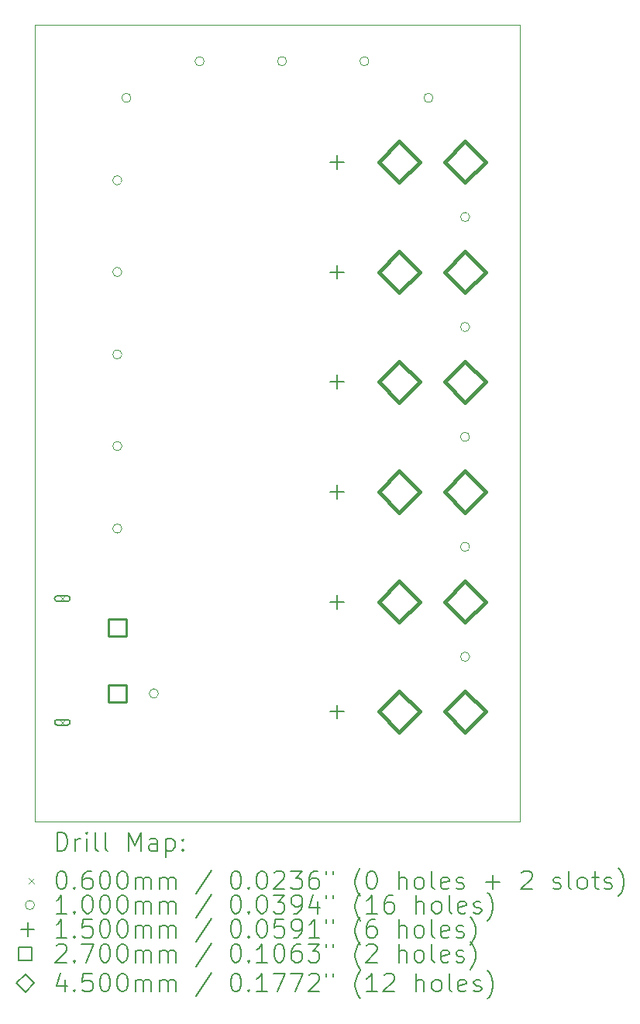
<source format=gbr>
%TF.GenerationSoftware,KiCad,Pcbnew,7.0.1*%
%TF.CreationDate,2023-04-21T09:32:05-07:00*%
%TF.ProjectId,xt60_array,78743630-5f61-4727-9261-792e6b696361,rev?*%
%TF.SameCoordinates,Original*%
%TF.FileFunction,Drillmap*%
%TF.FilePolarity,Positive*%
%FSLAX45Y45*%
G04 Gerber Fmt 4.5, Leading zero omitted, Abs format (unit mm)*
G04 Created by KiCad (PCBNEW 7.0.1) date 2023-04-21 09:32:05*
%MOMM*%
%LPD*%
G01*
G04 APERTURE LIST*
%ADD10C,0.100000*%
%ADD11C,0.200000*%
%ADD12C,0.060000*%
%ADD13C,0.150000*%
%ADD14C,0.270000*%
%ADD15C,0.450000*%
G04 APERTURE END LIST*
D10*
X14200000Y-5300000D02*
X19500000Y-5300000D01*
X19500000Y-14000000D01*
X14200000Y-14000000D01*
X14200000Y-5300000D01*
D11*
D12*
X14470000Y-11535000D02*
X14530000Y-11595000D01*
X14530000Y-11535000D02*
X14470000Y-11595000D01*
D11*
X14445000Y-11595000D02*
X14555000Y-11595000D01*
X14555000Y-11595000D02*
G75*
G03*
X14555000Y-11535000I0J30000D01*
G01*
X14555000Y-11535000D02*
X14445000Y-11535000D01*
X14445000Y-11535000D02*
G75*
G03*
X14445000Y-11595000I0J-30000D01*
G01*
D12*
X14470000Y-12885000D02*
X14530000Y-12945000D01*
X14530000Y-12885000D02*
X14470000Y-12945000D01*
D11*
X14445000Y-12945000D02*
X14555000Y-12945000D01*
X14555000Y-12945000D02*
G75*
G03*
X14555000Y-12885000I0J30000D01*
G01*
X14555000Y-12885000D02*
X14445000Y-12885000D01*
X14445000Y-12885000D02*
G75*
G03*
X14445000Y-12945000I0J-30000D01*
G01*
D10*
X15150000Y-7000000D02*
G75*
G03*
X15150000Y-7000000I-50000J0D01*
G01*
X15150000Y-8000000D02*
G75*
G03*
X15150000Y-8000000I-50000J0D01*
G01*
X15150000Y-8900000D02*
G75*
G03*
X15150000Y-8900000I-50000J0D01*
G01*
X15150000Y-9900000D02*
G75*
G03*
X15150000Y-9900000I-50000J0D01*
G01*
X15150000Y-10800000D02*
G75*
G03*
X15150000Y-10800000I-50000J0D01*
G01*
X15250000Y-6100000D02*
G75*
G03*
X15250000Y-6100000I-50000J0D01*
G01*
X15550000Y-12600000D02*
G75*
G03*
X15550000Y-12600000I-50000J0D01*
G01*
X16050000Y-5700000D02*
G75*
G03*
X16050000Y-5700000I-50000J0D01*
G01*
X16950000Y-5700000D02*
G75*
G03*
X16950000Y-5700000I-50000J0D01*
G01*
X17850000Y-5700000D02*
G75*
G03*
X17850000Y-5700000I-50000J0D01*
G01*
X18550000Y-6100000D02*
G75*
G03*
X18550000Y-6100000I-50000J0D01*
G01*
X18950000Y-7400000D02*
G75*
G03*
X18950000Y-7400000I-50000J0D01*
G01*
X18950000Y-8600000D02*
G75*
G03*
X18950000Y-8600000I-50000J0D01*
G01*
X18950000Y-9800000D02*
G75*
G03*
X18950000Y-9800000I-50000J0D01*
G01*
X18950000Y-11000000D02*
G75*
G03*
X18950000Y-11000000I-50000J0D01*
G01*
X18950000Y-12200000D02*
G75*
G03*
X18950000Y-12200000I-50000J0D01*
G01*
D13*
X17500000Y-6725000D02*
X17500000Y-6875000D01*
X17425000Y-6800000D02*
X17575000Y-6800000D01*
X17500000Y-7925000D02*
X17500000Y-8075000D01*
X17425000Y-8000000D02*
X17575000Y-8000000D01*
X17500000Y-9125000D02*
X17500000Y-9275000D01*
X17425000Y-9200000D02*
X17575000Y-9200000D01*
X17500000Y-10325000D02*
X17500000Y-10475000D01*
X17425000Y-10400000D02*
X17575000Y-10400000D01*
X17500000Y-11525000D02*
X17500000Y-11675000D01*
X17425000Y-11600000D02*
X17575000Y-11600000D01*
X17500000Y-12725000D02*
X17500000Y-12875000D01*
X17425000Y-12800000D02*
X17575000Y-12800000D01*
D14*
X15195460Y-11975460D02*
X15195460Y-11784540D01*
X15004540Y-11784540D01*
X15004540Y-11975460D01*
X15195460Y-11975460D01*
X15195460Y-12695460D02*
X15195460Y-12504540D01*
X15004540Y-12504540D01*
X15004540Y-12695460D01*
X15195460Y-12695460D01*
D15*
X18180000Y-7025000D02*
X18405000Y-6800000D01*
X18180000Y-6575000D01*
X17955000Y-6800000D01*
X18180000Y-7025000D01*
X18180000Y-8225000D02*
X18405000Y-8000000D01*
X18180000Y-7775000D01*
X17955000Y-8000000D01*
X18180000Y-8225000D01*
X18180000Y-9425000D02*
X18405000Y-9200000D01*
X18180000Y-8975000D01*
X17955000Y-9200000D01*
X18180000Y-9425000D01*
X18180000Y-10625000D02*
X18405000Y-10400000D01*
X18180000Y-10175000D01*
X17955000Y-10400000D01*
X18180000Y-10625000D01*
X18180000Y-11825000D02*
X18405000Y-11600000D01*
X18180000Y-11375000D01*
X17955000Y-11600000D01*
X18180000Y-11825000D01*
X18180000Y-13025000D02*
X18405000Y-12800000D01*
X18180000Y-12575000D01*
X17955000Y-12800000D01*
X18180000Y-13025000D01*
X18900000Y-7025000D02*
X19125000Y-6800000D01*
X18900000Y-6575000D01*
X18675000Y-6800000D01*
X18900000Y-7025000D01*
X18900000Y-8225000D02*
X19125000Y-8000000D01*
X18900000Y-7775000D01*
X18675000Y-8000000D01*
X18900000Y-8225000D01*
X18900000Y-9425000D02*
X19125000Y-9200000D01*
X18900000Y-8975000D01*
X18675000Y-9200000D01*
X18900000Y-9425000D01*
X18900000Y-10625000D02*
X19125000Y-10400000D01*
X18900000Y-10175000D01*
X18675000Y-10400000D01*
X18900000Y-10625000D01*
X18900000Y-11825000D02*
X19125000Y-11600000D01*
X18900000Y-11375000D01*
X18675000Y-11600000D01*
X18900000Y-11825000D01*
X18900000Y-13025000D02*
X19125000Y-12800000D01*
X18900000Y-12575000D01*
X18675000Y-12800000D01*
X18900000Y-13025000D01*
D11*
X14442619Y-14317524D02*
X14442619Y-14117524D01*
X14442619Y-14117524D02*
X14490238Y-14117524D01*
X14490238Y-14117524D02*
X14518809Y-14127048D01*
X14518809Y-14127048D02*
X14537857Y-14146095D01*
X14537857Y-14146095D02*
X14547381Y-14165143D01*
X14547381Y-14165143D02*
X14556905Y-14203238D01*
X14556905Y-14203238D02*
X14556905Y-14231809D01*
X14556905Y-14231809D02*
X14547381Y-14269905D01*
X14547381Y-14269905D02*
X14537857Y-14288952D01*
X14537857Y-14288952D02*
X14518809Y-14308000D01*
X14518809Y-14308000D02*
X14490238Y-14317524D01*
X14490238Y-14317524D02*
X14442619Y-14317524D01*
X14642619Y-14317524D02*
X14642619Y-14184190D01*
X14642619Y-14222286D02*
X14652143Y-14203238D01*
X14652143Y-14203238D02*
X14661667Y-14193714D01*
X14661667Y-14193714D02*
X14680714Y-14184190D01*
X14680714Y-14184190D02*
X14699762Y-14184190D01*
X14766428Y-14317524D02*
X14766428Y-14184190D01*
X14766428Y-14117524D02*
X14756905Y-14127048D01*
X14756905Y-14127048D02*
X14766428Y-14136571D01*
X14766428Y-14136571D02*
X14775952Y-14127048D01*
X14775952Y-14127048D02*
X14766428Y-14117524D01*
X14766428Y-14117524D02*
X14766428Y-14136571D01*
X14890238Y-14317524D02*
X14871190Y-14308000D01*
X14871190Y-14308000D02*
X14861667Y-14288952D01*
X14861667Y-14288952D02*
X14861667Y-14117524D01*
X14995000Y-14317524D02*
X14975952Y-14308000D01*
X14975952Y-14308000D02*
X14966428Y-14288952D01*
X14966428Y-14288952D02*
X14966428Y-14117524D01*
X15223571Y-14317524D02*
X15223571Y-14117524D01*
X15223571Y-14117524D02*
X15290238Y-14260381D01*
X15290238Y-14260381D02*
X15356905Y-14117524D01*
X15356905Y-14117524D02*
X15356905Y-14317524D01*
X15537857Y-14317524D02*
X15537857Y-14212762D01*
X15537857Y-14212762D02*
X15528333Y-14193714D01*
X15528333Y-14193714D02*
X15509286Y-14184190D01*
X15509286Y-14184190D02*
X15471190Y-14184190D01*
X15471190Y-14184190D02*
X15452143Y-14193714D01*
X15537857Y-14308000D02*
X15518809Y-14317524D01*
X15518809Y-14317524D02*
X15471190Y-14317524D01*
X15471190Y-14317524D02*
X15452143Y-14308000D01*
X15452143Y-14308000D02*
X15442619Y-14288952D01*
X15442619Y-14288952D02*
X15442619Y-14269905D01*
X15442619Y-14269905D02*
X15452143Y-14250857D01*
X15452143Y-14250857D02*
X15471190Y-14241333D01*
X15471190Y-14241333D02*
X15518809Y-14241333D01*
X15518809Y-14241333D02*
X15537857Y-14231809D01*
X15633095Y-14184190D02*
X15633095Y-14384190D01*
X15633095Y-14193714D02*
X15652143Y-14184190D01*
X15652143Y-14184190D02*
X15690238Y-14184190D01*
X15690238Y-14184190D02*
X15709286Y-14193714D01*
X15709286Y-14193714D02*
X15718809Y-14203238D01*
X15718809Y-14203238D02*
X15728333Y-14222286D01*
X15728333Y-14222286D02*
X15728333Y-14279428D01*
X15728333Y-14279428D02*
X15718809Y-14298476D01*
X15718809Y-14298476D02*
X15709286Y-14308000D01*
X15709286Y-14308000D02*
X15690238Y-14317524D01*
X15690238Y-14317524D02*
X15652143Y-14317524D01*
X15652143Y-14317524D02*
X15633095Y-14308000D01*
X15814048Y-14298476D02*
X15823571Y-14308000D01*
X15823571Y-14308000D02*
X15814048Y-14317524D01*
X15814048Y-14317524D02*
X15804524Y-14308000D01*
X15804524Y-14308000D02*
X15814048Y-14298476D01*
X15814048Y-14298476D02*
X15814048Y-14317524D01*
X15814048Y-14193714D02*
X15823571Y-14203238D01*
X15823571Y-14203238D02*
X15814048Y-14212762D01*
X15814048Y-14212762D02*
X15804524Y-14203238D01*
X15804524Y-14203238D02*
X15814048Y-14193714D01*
X15814048Y-14193714D02*
X15814048Y-14212762D01*
D12*
X14135000Y-14615000D02*
X14195000Y-14675000D01*
X14195000Y-14615000D02*
X14135000Y-14675000D01*
D11*
X14480714Y-14537524D02*
X14499762Y-14537524D01*
X14499762Y-14537524D02*
X14518809Y-14547048D01*
X14518809Y-14547048D02*
X14528333Y-14556571D01*
X14528333Y-14556571D02*
X14537857Y-14575619D01*
X14537857Y-14575619D02*
X14547381Y-14613714D01*
X14547381Y-14613714D02*
X14547381Y-14661333D01*
X14547381Y-14661333D02*
X14537857Y-14699428D01*
X14537857Y-14699428D02*
X14528333Y-14718476D01*
X14528333Y-14718476D02*
X14518809Y-14728000D01*
X14518809Y-14728000D02*
X14499762Y-14737524D01*
X14499762Y-14737524D02*
X14480714Y-14737524D01*
X14480714Y-14737524D02*
X14461667Y-14728000D01*
X14461667Y-14728000D02*
X14452143Y-14718476D01*
X14452143Y-14718476D02*
X14442619Y-14699428D01*
X14442619Y-14699428D02*
X14433095Y-14661333D01*
X14433095Y-14661333D02*
X14433095Y-14613714D01*
X14433095Y-14613714D02*
X14442619Y-14575619D01*
X14442619Y-14575619D02*
X14452143Y-14556571D01*
X14452143Y-14556571D02*
X14461667Y-14547048D01*
X14461667Y-14547048D02*
X14480714Y-14537524D01*
X14633095Y-14718476D02*
X14642619Y-14728000D01*
X14642619Y-14728000D02*
X14633095Y-14737524D01*
X14633095Y-14737524D02*
X14623571Y-14728000D01*
X14623571Y-14728000D02*
X14633095Y-14718476D01*
X14633095Y-14718476D02*
X14633095Y-14737524D01*
X14814048Y-14537524D02*
X14775952Y-14537524D01*
X14775952Y-14537524D02*
X14756905Y-14547048D01*
X14756905Y-14547048D02*
X14747381Y-14556571D01*
X14747381Y-14556571D02*
X14728333Y-14585143D01*
X14728333Y-14585143D02*
X14718809Y-14623238D01*
X14718809Y-14623238D02*
X14718809Y-14699428D01*
X14718809Y-14699428D02*
X14728333Y-14718476D01*
X14728333Y-14718476D02*
X14737857Y-14728000D01*
X14737857Y-14728000D02*
X14756905Y-14737524D01*
X14756905Y-14737524D02*
X14795000Y-14737524D01*
X14795000Y-14737524D02*
X14814048Y-14728000D01*
X14814048Y-14728000D02*
X14823571Y-14718476D01*
X14823571Y-14718476D02*
X14833095Y-14699428D01*
X14833095Y-14699428D02*
X14833095Y-14651809D01*
X14833095Y-14651809D02*
X14823571Y-14632762D01*
X14823571Y-14632762D02*
X14814048Y-14623238D01*
X14814048Y-14623238D02*
X14795000Y-14613714D01*
X14795000Y-14613714D02*
X14756905Y-14613714D01*
X14756905Y-14613714D02*
X14737857Y-14623238D01*
X14737857Y-14623238D02*
X14728333Y-14632762D01*
X14728333Y-14632762D02*
X14718809Y-14651809D01*
X14956905Y-14537524D02*
X14975952Y-14537524D01*
X14975952Y-14537524D02*
X14995000Y-14547048D01*
X14995000Y-14547048D02*
X15004524Y-14556571D01*
X15004524Y-14556571D02*
X15014048Y-14575619D01*
X15014048Y-14575619D02*
X15023571Y-14613714D01*
X15023571Y-14613714D02*
X15023571Y-14661333D01*
X15023571Y-14661333D02*
X15014048Y-14699428D01*
X15014048Y-14699428D02*
X15004524Y-14718476D01*
X15004524Y-14718476D02*
X14995000Y-14728000D01*
X14995000Y-14728000D02*
X14975952Y-14737524D01*
X14975952Y-14737524D02*
X14956905Y-14737524D01*
X14956905Y-14737524D02*
X14937857Y-14728000D01*
X14937857Y-14728000D02*
X14928333Y-14718476D01*
X14928333Y-14718476D02*
X14918809Y-14699428D01*
X14918809Y-14699428D02*
X14909286Y-14661333D01*
X14909286Y-14661333D02*
X14909286Y-14613714D01*
X14909286Y-14613714D02*
X14918809Y-14575619D01*
X14918809Y-14575619D02*
X14928333Y-14556571D01*
X14928333Y-14556571D02*
X14937857Y-14547048D01*
X14937857Y-14547048D02*
X14956905Y-14537524D01*
X15147381Y-14537524D02*
X15166429Y-14537524D01*
X15166429Y-14537524D02*
X15185476Y-14547048D01*
X15185476Y-14547048D02*
X15195000Y-14556571D01*
X15195000Y-14556571D02*
X15204524Y-14575619D01*
X15204524Y-14575619D02*
X15214048Y-14613714D01*
X15214048Y-14613714D02*
X15214048Y-14661333D01*
X15214048Y-14661333D02*
X15204524Y-14699428D01*
X15204524Y-14699428D02*
X15195000Y-14718476D01*
X15195000Y-14718476D02*
X15185476Y-14728000D01*
X15185476Y-14728000D02*
X15166429Y-14737524D01*
X15166429Y-14737524D02*
X15147381Y-14737524D01*
X15147381Y-14737524D02*
X15128333Y-14728000D01*
X15128333Y-14728000D02*
X15118809Y-14718476D01*
X15118809Y-14718476D02*
X15109286Y-14699428D01*
X15109286Y-14699428D02*
X15099762Y-14661333D01*
X15099762Y-14661333D02*
X15099762Y-14613714D01*
X15099762Y-14613714D02*
X15109286Y-14575619D01*
X15109286Y-14575619D02*
X15118809Y-14556571D01*
X15118809Y-14556571D02*
X15128333Y-14547048D01*
X15128333Y-14547048D02*
X15147381Y-14537524D01*
X15299762Y-14737524D02*
X15299762Y-14604190D01*
X15299762Y-14623238D02*
X15309286Y-14613714D01*
X15309286Y-14613714D02*
X15328333Y-14604190D01*
X15328333Y-14604190D02*
X15356905Y-14604190D01*
X15356905Y-14604190D02*
X15375952Y-14613714D01*
X15375952Y-14613714D02*
X15385476Y-14632762D01*
X15385476Y-14632762D02*
X15385476Y-14737524D01*
X15385476Y-14632762D02*
X15395000Y-14613714D01*
X15395000Y-14613714D02*
X15414048Y-14604190D01*
X15414048Y-14604190D02*
X15442619Y-14604190D01*
X15442619Y-14604190D02*
X15461667Y-14613714D01*
X15461667Y-14613714D02*
X15471190Y-14632762D01*
X15471190Y-14632762D02*
X15471190Y-14737524D01*
X15566429Y-14737524D02*
X15566429Y-14604190D01*
X15566429Y-14623238D02*
X15575952Y-14613714D01*
X15575952Y-14613714D02*
X15595000Y-14604190D01*
X15595000Y-14604190D02*
X15623571Y-14604190D01*
X15623571Y-14604190D02*
X15642619Y-14613714D01*
X15642619Y-14613714D02*
X15652143Y-14632762D01*
X15652143Y-14632762D02*
X15652143Y-14737524D01*
X15652143Y-14632762D02*
X15661667Y-14613714D01*
X15661667Y-14613714D02*
X15680714Y-14604190D01*
X15680714Y-14604190D02*
X15709286Y-14604190D01*
X15709286Y-14604190D02*
X15728333Y-14613714D01*
X15728333Y-14613714D02*
X15737857Y-14632762D01*
X15737857Y-14632762D02*
X15737857Y-14737524D01*
X16128333Y-14528000D02*
X15956905Y-14785143D01*
X16385476Y-14537524D02*
X16404524Y-14537524D01*
X16404524Y-14537524D02*
X16423572Y-14547048D01*
X16423572Y-14547048D02*
X16433095Y-14556571D01*
X16433095Y-14556571D02*
X16442619Y-14575619D01*
X16442619Y-14575619D02*
X16452143Y-14613714D01*
X16452143Y-14613714D02*
X16452143Y-14661333D01*
X16452143Y-14661333D02*
X16442619Y-14699428D01*
X16442619Y-14699428D02*
X16433095Y-14718476D01*
X16433095Y-14718476D02*
X16423572Y-14728000D01*
X16423572Y-14728000D02*
X16404524Y-14737524D01*
X16404524Y-14737524D02*
X16385476Y-14737524D01*
X16385476Y-14737524D02*
X16366429Y-14728000D01*
X16366429Y-14728000D02*
X16356905Y-14718476D01*
X16356905Y-14718476D02*
X16347381Y-14699428D01*
X16347381Y-14699428D02*
X16337857Y-14661333D01*
X16337857Y-14661333D02*
X16337857Y-14613714D01*
X16337857Y-14613714D02*
X16347381Y-14575619D01*
X16347381Y-14575619D02*
X16356905Y-14556571D01*
X16356905Y-14556571D02*
X16366429Y-14547048D01*
X16366429Y-14547048D02*
X16385476Y-14537524D01*
X16537857Y-14718476D02*
X16547381Y-14728000D01*
X16547381Y-14728000D02*
X16537857Y-14737524D01*
X16537857Y-14737524D02*
X16528333Y-14728000D01*
X16528333Y-14728000D02*
X16537857Y-14718476D01*
X16537857Y-14718476D02*
X16537857Y-14737524D01*
X16671191Y-14537524D02*
X16690238Y-14537524D01*
X16690238Y-14537524D02*
X16709286Y-14547048D01*
X16709286Y-14547048D02*
X16718810Y-14556571D01*
X16718810Y-14556571D02*
X16728333Y-14575619D01*
X16728333Y-14575619D02*
X16737857Y-14613714D01*
X16737857Y-14613714D02*
X16737857Y-14661333D01*
X16737857Y-14661333D02*
X16728333Y-14699428D01*
X16728333Y-14699428D02*
X16718810Y-14718476D01*
X16718810Y-14718476D02*
X16709286Y-14728000D01*
X16709286Y-14728000D02*
X16690238Y-14737524D01*
X16690238Y-14737524D02*
X16671191Y-14737524D01*
X16671191Y-14737524D02*
X16652143Y-14728000D01*
X16652143Y-14728000D02*
X16642619Y-14718476D01*
X16642619Y-14718476D02*
X16633095Y-14699428D01*
X16633095Y-14699428D02*
X16623572Y-14661333D01*
X16623572Y-14661333D02*
X16623572Y-14613714D01*
X16623572Y-14613714D02*
X16633095Y-14575619D01*
X16633095Y-14575619D02*
X16642619Y-14556571D01*
X16642619Y-14556571D02*
X16652143Y-14547048D01*
X16652143Y-14547048D02*
X16671191Y-14537524D01*
X16814048Y-14556571D02*
X16823572Y-14547048D01*
X16823572Y-14547048D02*
X16842619Y-14537524D01*
X16842619Y-14537524D02*
X16890238Y-14537524D01*
X16890238Y-14537524D02*
X16909286Y-14547048D01*
X16909286Y-14547048D02*
X16918810Y-14556571D01*
X16918810Y-14556571D02*
X16928334Y-14575619D01*
X16928334Y-14575619D02*
X16928334Y-14594667D01*
X16928334Y-14594667D02*
X16918810Y-14623238D01*
X16918810Y-14623238D02*
X16804524Y-14737524D01*
X16804524Y-14737524D02*
X16928334Y-14737524D01*
X16995000Y-14537524D02*
X17118810Y-14537524D01*
X17118810Y-14537524D02*
X17052143Y-14613714D01*
X17052143Y-14613714D02*
X17080715Y-14613714D01*
X17080715Y-14613714D02*
X17099762Y-14623238D01*
X17099762Y-14623238D02*
X17109286Y-14632762D01*
X17109286Y-14632762D02*
X17118810Y-14651809D01*
X17118810Y-14651809D02*
X17118810Y-14699428D01*
X17118810Y-14699428D02*
X17109286Y-14718476D01*
X17109286Y-14718476D02*
X17099762Y-14728000D01*
X17099762Y-14728000D02*
X17080715Y-14737524D01*
X17080715Y-14737524D02*
X17023572Y-14737524D01*
X17023572Y-14737524D02*
X17004524Y-14728000D01*
X17004524Y-14728000D02*
X16995000Y-14718476D01*
X17290238Y-14537524D02*
X17252143Y-14537524D01*
X17252143Y-14537524D02*
X17233095Y-14547048D01*
X17233095Y-14547048D02*
X17223572Y-14556571D01*
X17223572Y-14556571D02*
X17204524Y-14585143D01*
X17204524Y-14585143D02*
X17195000Y-14623238D01*
X17195000Y-14623238D02*
X17195000Y-14699428D01*
X17195000Y-14699428D02*
X17204524Y-14718476D01*
X17204524Y-14718476D02*
X17214048Y-14728000D01*
X17214048Y-14728000D02*
X17233095Y-14737524D01*
X17233095Y-14737524D02*
X17271191Y-14737524D01*
X17271191Y-14737524D02*
X17290238Y-14728000D01*
X17290238Y-14728000D02*
X17299762Y-14718476D01*
X17299762Y-14718476D02*
X17309286Y-14699428D01*
X17309286Y-14699428D02*
X17309286Y-14651809D01*
X17309286Y-14651809D02*
X17299762Y-14632762D01*
X17299762Y-14632762D02*
X17290238Y-14623238D01*
X17290238Y-14623238D02*
X17271191Y-14613714D01*
X17271191Y-14613714D02*
X17233095Y-14613714D01*
X17233095Y-14613714D02*
X17214048Y-14623238D01*
X17214048Y-14623238D02*
X17204524Y-14632762D01*
X17204524Y-14632762D02*
X17195000Y-14651809D01*
X17385476Y-14537524D02*
X17385476Y-14575619D01*
X17461667Y-14537524D02*
X17461667Y-14575619D01*
X17756905Y-14813714D02*
X17747381Y-14804190D01*
X17747381Y-14804190D02*
X17728334Y-14775619D01*
X17728334Y-14775619D02*
X17718810Y-14756571D01*
X17718810Y-14756571D02*
X17709286Y-14728000D01*
X17709286Y-14728000D02*
X17699762Y-14680381D01*
X17699762Y-14680381D02*
X17699762Y-14642286D01*
X17699762Y-14642286D02*
X17709286Y-14594667D01*
X17709286Y-14594667D02*
X17718810Y-14566095D01*
X17718810Y-14566095D02*
X17728334Y-14547048D01*
X17728334Y-14547048D02*
X17747381Y-14518476D01*
X17747381Y-14518476D02*
X17756905Y-14508952D01*
X17871191Y-14537524D02*
X17890238Y-14537524D01*
X17890238Y-14537524D02*
X17909286Y-14547048D01*
X17909286Y-14547048D02*
X17918810Y-14556571D01*
X17918810Y-14556571D02*
X17928334Y-14575619D01*
X17928334Y-14575619D02*
X17937857Y-14613714D01*
X17937857Y-14613714D02*
X17937857Y-14661333D01*
X17937857Y-14661333D02*
X17928334Y-14699428D01*
X17928334Y-14699428D02*
X17918810Y-14718476D01*
X17918810Y-14718476D02*
X17909286Y-14728000D01*
X17909286Y-14728000D02*
X17890238Y-14737524D01*
X17890238Y-14737524D02*
X17871191Y-14737524D01*
X17871191Y-14737524D02*
X17852143Y-14728000D01*
X17852143Y-14728000D02*
X17842619Y-14718476D01*
X17842619Y-14718476D02*
X17833096Y-14699428D01*
X17833096Y-14699428D02*
X17823572Y-14661333D01*
X17823572Y-14661333D02*
X17823572Y-14613714D01*
X17823572Y-14613714D02*
X17833096Y-14575619D01*
X17833096Y-14575619D02*
X17842619Y-14556571D01*
X17842619Y-14556571D02*
X17852143Y-14547048D01*
X17852143Y-14547048D02*
X17871191Y-14537524D01*
X18175953Y-14737524D02*
X18175953Y-14537524D01*
X18261667Y-14737524D02*
X18261667Y-14632762D01*
X18261667Y-14632762D02*
X18252143Y-14613714D01*
X18252143Y-14613714D02*
X18233096Y-14604190D01*
X18233096Y-14604190D02*
X18204524Y-14604190D01*
X18204524Y-14604190D02*
X18185477Y-14613714D01*
X18185477Y-14613714D02*
X18175953Y-14623238D01*
X18385477Y-14737524D02*
X18366429Y-14728000D01*
X18366429Y-14728000D02*
X18356905Y-14718476D01*
X18356905Y-14718476D02*
X18347381Y-14699428D01*
X18347381Y-14699428D02*
X18347381Y-14642286D01*
X18347381Y-14642286D02*
X18356905Y-14623238D01*
X18356905Y-14623238D02*
X18366429Y-14613714D01*
X18366429Y-14613714D02*
X18385477Y-14604190D01*
X18385477Y-14604190D02*
X18414048Y-14604190D01*
X18414048Y-14604190D02*
X18433096Y-14613714D01*
X18433096Y-14613714D02*
X18442619Y-14623238D01*
X18442619Y-14623238D02*
X18452143Y-14642286D01*
X18452143Y-14642286D02*
X18452143Y-14699428D01*
X18452143Y-14699428D02*
X18442619Y-14718476D01*
X18442619Y-14718476D02*
X18433096Y-14728000D01*
X18433096Y-14728000D02*
X18414048Y-14737524D01*
X18414048Y-14737524D02*
X18385477Y-14737524D01*
X18566429Y-14737524D02*
X18547381Y-14728000D01*
X18547381Y-14728000D02*
X18537858Y-14708952D01*
X18537858Y-14708952D02*
X18537858Y-14537524D01*
X18718810Y-14728000D02*
X18699762Y-14737524D01*
X18699762Y-14737524D02*
X18661667Y-14737524D01*
X18661667Y-14737524D02*
X18642619Y-14728000D01*
X18642619Y-14728000D02*
X18633096Y-14708952D01*
X18633096Y-14708952D02*
X18633096Y-14632762D01*
X18633096Y-14632762D02*
X18642619Y-14613714D01*
X18642619Y-14613714D02*
X18661667Y-14604190D01*
X18661667Y-14604190D02*
X18699762Y-14604190D01*
X18699762Y-14604190D02*
X18718810Y-14613714D01*
X18718810Y-14613714D02*
X18728334Y-14632762D01*
X18728334Y-14632762D02*
X18728334Y-14651809D01*
X18728334Y-14651809D02*
X18633096Y-14670857D01*
X18804524Y-14728000D02*
X18823572Y-14737524D01*
X18823572Y-14737524D02*
X18861667Y-14737524D01*
X18861667Y-14737524D02*
X18880715Y-14728000D01*
X18880715Y-14728000D02*
X18890239Y-14708952D01*
X18890239Y-14708952D02*
X18890239Y-14699428D01*
X18890239Y-14699428D02*
X18880715Y-14680381D01*
X18880715Y-14680381D02*
X18861667Y-14670857D01*
X18861667Y-14670857D02*
X18833096Y-14670857D01*
X18833096Y-14670857D02*
X18814048Y-14661333D01*
X18814048Y-14661333D02*
X18804524Y-14642286D01*
X18804524Y-14642286D02*
X18804524Y-14632762D01*
X18804524Y-14632762D02*
X18814048Y-14613714D01*
X18814048Y-14613714D02*
X18833096Y-14604190D01*
X18833096Y-14604190D02*
X18861667Y-14604190D01*
X18861667Y-14604190D02*
X18880715Y-14613714D01*
X19128334Y-14661333D02*
X19280715Y-14661333D01*
X19204524Y-14737524D02*
X19204524Y-14585143D01*
X19518810Y-14556571D02*
X19528334Y-14547048D01*
X19528334Y-14547048D02*
X19547381Y-14537524D01*
X19547381Y-14537524D02*
X19595001Y-14537524D01*
X19595001Y-14537524D02*
X19614048Y-14547048D01*
X19614048Y-14547048D02*
X19623572Y-14556571D01*
X19623572Y-14556571D02*
X19633096Y-14575619D01*
X19633096Y-14575619D02*
X19633096Y-14594667D01*
X19633096Y-14594667D02*
X19623572Y-14623238D01*
X19623572Y-14623238D02*
X19509286Y-14737524D01*
X19509286Y-14737524D02*
X19633096Y-14737524D01*
X19861667Y-14728000D02*
X19880715Y-14737524D01*
X19880715Y-14737524D02*
X19918810Y-14737524D01*
X19918810Y-14737524D02*
X19937858Y-14728000D01*
X19937858Y-14728000D02*
X19947382Y-14708952D01*
X19947382Y-14708952D02*
X19947382Y-14699428D01*
X19947382Y-14699428D02*
X19937858Y-14680381D01*
X19937858Y-14680381D02*
X19918810Y-14670857D01*
X19918810Y-14670857D02*
X19890239Y-14670857D01*
X19890239Y-14670857D02*
X19871191Y-14661333D01*
X19871191Y-14661333D02*
X19861667Y-14642286D01*
X19861667Y-14642286D02*
X19861667Y-14632762D01*
X19861667Y-14632762D02*
X19871191Y-14613714D01*
X19871191Y-14613714D02*
X19890239Y-14604190D01*
X19890239Y-14604190D02*
X19918810Y-14604190D01*
X19918810Y-14604190D02*
X19937858Y-14613714D01*
X20061667Y-14737524D02*
X20042620Y-14728000D01*
X20042620Y-14728000D02*
X20033096Y-14708952D01*
X20033096Y-14708952D02*
X20033096Y-14537524D01*
X20166429Y-14737524D02*
X20147382Y-14728000D01*
X20147382Y-14728000D02*
X20137858Y-14718476D01*
X20137858Y-14718476D02*
X20128334Y-14699428D01*
X20128334Y-14699428D02*
X20128334Y-14642286D01*
X20128334Y-14642286D02*
X20137858Y-14623238D01*
X20137858Y-14623238D02*
X20147382Y-14613714D01*
X20147382Y-14613714D02*
X20166429Y-14604190D01*
X20166429Y-14604190D02*
X20195001Y-14604190D01*
X20195001Y-14604190D02*
X20214048Y-14613714D01*
X20214048Y-14613714D02*
X20223572Y-14623238D01*
X20223572Y-14623238D02*
X20233096Y-14642286D01*
X20233096Y-14642286D02*
X20233096Y-14699428D01*
X20233096Y-14699428D02*
X20223572Y-14718476D01*
X20223572Y-14718476D02*
X20214048Y-14728000D01*
X20214048Y-14728000D02*
X20195001Y-14737524D01*
X20195001Y-14737524D02*
X20166429Y-14737524D01*
X20290239Y-14604190D02*
X20366429Y-14604190D01*
X20318810Y-14537524D02*
X20318810Y-14708952D01*
X20318810Y-14708952D02*
X20328334Y-14728000D01*
X20328334Y-14728000D02*
X20347382Y-14737524D01*
X20347382Y-14737524D02*
X20366429Y-14737524D01*
X20423572Y-14728000D02*
X20442620Y-14737524D01*
X20442620Y-14737524D02*
X20480715Y-14737524D01*
X20480715Y-14737524D02*
X20499763Y-14728000D01*
X20499763Y-14728000D02*
X20509286Y-14708952D01*
X20509286Y-14708952D02*
X20509286Y-14699428D01*
X20509286Y-14699428D02*
X20499763Y-14680381D01*
X20499763Y-14680381D02*
X20480715Y-14670857D01*
X20480715Y-14670857D02*
X20452143Y-14670857D01*
X20452143Y-14670857D02*
X20433096Y-14661333D01*
X20433096Y-14661333D02*
X20423572Y-14642286D01*
X20423572Y-14642286D02*
X20423572Y-14632762D01*
X20423572Y-14632762D02*
X20433096Y-14613714D01*
X20433096Y-14613714D02*
X20452143Y-14604190D01*
X20452143Y-14604190D02*
X20480715Y-14604190D01*
X20480715Y-14604190D02*
X20499763Y-14613714D01*
X20575953Y-14813714D02*
X20585477Y-14804190D01*
X20585477Y-14804190D02*
X20604524Y-14775619D01*
X20604524Y-14775619D02*
X20614048Y-14756571D01*
X20614048Y-14756571D02*
X20623572Y-14728000D01*
X20623572Y-14728000D02*
X20633096Y-14680381D01*
X20633096Y-14680381D02*
X20633096Y-14642286D01*
X20633096Y-14642286D02*
X20623572Y-14594667D01*
X20623572Y-14594667D02*
X20614048Y-14566095D01*
X20614048Y-14566095D02*
X20604524Y-14547048D01*
X20604524Y-14547048D02*
X20585477Y-14518476D01*
X20585477Y-14518476D02*
X20575953Y-14508952D01*
D10*
X14195000Y-14909000D02*
G75*
G03*
X14195000Y-14909000I-50000J0D01*
G01*
D11*
X14547381Y-15001524D02*
X14433095Y-15001524D01*
X14490238Y-15001524D02*
X14490238Y-14801524D01*
X14490238Y-14801524D02*
X14471190Y-14830095D01*
X14471190Y-14830095D02*
X14452143Y-14849143D01*
X14452143Y-14849143D02*
X14433095Y-14858667D01*
X14633095Y-14982476D02*
X14642619Y-14992000D01*
X14642619Y-14992000D02*
X14633095Y-15001524D01*
X14633095Y-15001524D02*
X14623571Y-14992000D01*
X14623571Y-14992000D02*
X14633095Y-14982476D01*
X14633095Y-14982476D02*
X14633095Y-15001524D01*
X14766428Y-14801524D02*
X14785476Y-14801524D01*
X14785476Y-14801524D02*
X14804524Y-14811048D01*
X14804524Y-14811048D02*
X14814048Y-14820571D01*
X14814048Y-14820571D02*
X14823571Y-14839619D01*
X14823571Y-14839619D02*
X14833095Y-14877714D01*
X14833095Y-14877714D02*
X14833095Y-14925333D01*
X14833095Y-14925333D02*
X14823571Y-14963428D01*
X14823571Y-14963428D02*
X14814048Y-14982476D01*
X14814048Y-14982476D02*
X14804524Y-14992000D01*
X14804524Y-14992000D02*
X14785476Y-15001524D01*
X14785476Y-15001524D02*
X14766428Y-15001524D01*
X14766428Y-15001524D02*
X14747381Y-14992000D01*
X14747381Y-14992000D02*
X14737857Y-14982476D01*
X14737857Y-14982476D02*
X14728333Y-14963428D01*
X14728333Y-14963428D02*
X14718809Y-14925333D01*
X14718809Y-14925333D02*
X14718809Y-14877714D01*
X14718809Y-14877714D02*
X14728333Y-14839619D01*
X14728333Y-14839619D02*
X14737857Y-14820571D01*
X14737857Y-14820571D02*
X14747381Y-14811048D01*
X14747381Y-14811048D02*
X14766428Y-14801524D01*
X14956905Y-14801524D02*
X14975952Y-14801524D01*
X14975952Y-14801524D02*
X14995000Y-14811048D01*
X14995000Y-14811048D02*
X15004524Y-14820571D01*
X15004524Y-14820571D02*
X15014048Y-14839619D01*
X15014048Y-14839619D02*
X15023571Y-14877714D01*
X15023571Y-14877714D02*
X15023571Y-14925333D01*
X15023571Y-14925333D02*
X15014048Y-14963428D01*
X15014048Y-14963428D02*
X15004524Y-14982476D01*
X15004524Y-14982476D02*
X14995000Y-14992000D01*
X14995000Y-14992000D02*
X14975952Y-15001524D01*
X14975952Y-15001524D02*
X14956905Y-15001524D01*
X14956905Y-15001524D02*
X14937857Y-14992000D01*
X14937857Y-14992000D02*
X14928333Y-14982476D01*
X14928333Y-14982476D02*
X14918809Y-14963428D01*
X14918809Y-14963428D02*
X14909286Y-14925333D01*
X14909286Y-14925333D02*
X14909286Y-14877714D01*
X14909286Y-14877714D02*
X14918809Y-14839619D01*
X14918809Y-14839619D02*
X14928333Y-14820571D01*
X14928333Y-14820571D02*
X14937857Y-14811048D01*
X14937857Y-14811048D02*
X14956905Y-14801524D01*
X15147381Y-14801524D02*
X15166429Y-14801524D01*
X15166429Y-14801524D02*
X15185476Y-14811048D01*
X15185476Y-14811048D02*
X15195000Y-14820571D01*
X15195000Y-14820571D02*
X15204524Y-14839619D01*
X15204524Y-14839619D02*
X15214048Y-14877714D01*
X15214048Y-14877714D02*
X15214048Y-14925333D01*
X15214048Y-14925333D02*
X15204524Y-14963428D01*
X15204524Y-14963428D02*
X15195000Y-14982476D01*
X15195000Y-14982476D02*
X15185476Y-14992000D01*
X15185476Y-14992000D02*
X15166429Y-15001524D01*
X15166429Y-15001524D02*
X15147381Y-15001524D01*
X15147381Y-15001524D02*
X15128333Y-14992000D01*
X15128333Y-14992000D02*
X15118809Y-14982476D01*
X15118809Y-14982476D02*
X15109286Y-14963428D01*
X15109286Y-14963428D02*
X15099762Y-14925333D01*
X15099762Y-14925333D02*
X15099762Y-14877714D01*
X15099762Y-14877714D02*
X15109286Y-14839619D01*
X15109286Y-14839619D02*
X15118809Y-14820571D01*
X15118809Y-14820571D02*
X15128333Y-14811048D01*
X15128333Y-14811048D02*
X15147381Y-14801524D01*
X15299762Y-15001524D02*
X15299762Y-14868190D01*
X15299762Y-14887238D02*
X15309286Y-14877714D01*
X15309286Y-14877714D02*
X15328333Y-14868190D01*
X15328333Y-14868190D02*
X15356905Y-14868190D01*
X15356905Y-14868190D02*
X15375952Y-14877714D01*
X15375952Y-14877714D02*
X15385476Y-14896762D01*
X15385476Y-14896762D02*
X15385476Y-15001524D01*
X15385476Y-14896762D02*
X15395000Y-14877714D01*
X15395000Y-14877714D02*
X15414048Y-14868190D01*
X15414048Y-14868190D02*
X15442619Y-14868190D01*
X15442619Y-14868190D02*
X15461667Y-14877714D01*
X15461667Y-14877714D02*
X15471190Y-14896762D01*
X15471190Y-14896762D02*
X15471190Y-15001524D01*
X15566429Y-15001524D02*
X15566429Y-14868190D01*
X15566429Y-14887238D02*
X15575952Y-14877714D01*
X15575952Y-14877714D02*
X15595000Y-14868190D01*
X15595000Y-14868190D02*
X15623571Y-14868190D01*
X15623571Y-14868190D02*
X15642619Y-14877714D01*
X15642619Y-14877714D02*
X15652143Y-14896762D01*
X15652143Y-14896762D02*
X15652143Y-15001524D01*
X15652143Y-14896762D02*
X15661667Y-14877714D01*
X15661667Y-14877714D02*
X15680714Y-14868190D01*
X15680714Y-14868190D02*
X15709286Y-14868190D01*
X15709286Y-14868190D02*
X15728333Y-14877714D01*
X15728333Y-14877714D02*
X15737857Y-14896762D01*
X15737857Y-14896762D02*
X15737857Y-15001524D01*
X16128333Y-14792000D02*
X15956905Y-15049143D01*
X16385476Y-14801524D02*
X16404524Y-14801524D01*
X16404524Y-14801524D02*
X16423572Y-14811048D01*
X16423572Y-14811048D02*
X16433095Y-14820571D01*
X16433095Y-14820571D02*
X16442619Y-14839619D01*
X16442619Y-14839619D02*
X16452143Y-14877714D01*
X16452143Y-14877714D02*
X16452143Y-14925333D01*
X16452143Y-14925333D02*
X16442619Y-14963428D01*
X16442619Y-14963428D02*
X16433095Y-14982476D01*
X16433095Y-14982476D02*
X16423572Y-14992000D01*
X16423572Y-14992000D02*
X16404524Y-15001524D01*
X16404524Y-15001524D02*
X16385476Y-15001524D01*
X16385476Y-15001524D02*
X16366429Y-14992000D01*
X16366429Y-14992000D02*
X16356905Y-14982476D01*
X16356905Y-14982476D02*
X16347381Y-14963428D01*
X16347381Y-14963428D02*
X16337857Y-14925333D01*
X16337857Y-14925333D02*
X16337857Y-14877714D01*
X16337857Y-14877714D02*
X16347381Y-14839619D01*
X16347381Y-14839619D02*
X16356905Y-14820571D01*
X16356905Y-14820571D02*
X16366429Y-14811048D01*
X16366429Y-14811048D02*
X16385476Y-14801524D01*
X16537857Y-14982476D02*
X16547381Y-14992000D01*
X16547381Y-14992000D02*
X16537857Y-15001524D01*
X16537857Y-15001524D02*
X16528333Y-14992000D01*
X16528333Y-14992000D02*
X16537857Y-14982476D01*
X16537857Y-14982476D02*
X16537857Y-15001524D01*
X16671191Y-14801524D02*
X16690238Y-14801524D01*
X16690238Y-14801524D02*
X16709286Y-14811048D01*
X16709286Y-14811048D02*
X16718810Y-14820571D01*
X16718810Y-14820571D02*
X16728333Y-14839619D01*
X16728333Y-14839619D02*
X16737857Y-14877714D01*
X16737857Y-14877714D02*
X16737857Y-14925333D01*
X16737857Y-14925333D02*
X16728333Y-14963428D01*
X16728333Y-14963428D02*
X16718810Y-14982476D01*
X16718810Y-14982476D02*
X16709286Y-14992000D01*
X16709286Y-14992000D02*
X16690238Y-15001524D01*
X16690238Y-15001524D02*
X16671191Y-15001524D01*
X16671191Y-15001524D02*
X16652143Y-14992000D01*
X16652143Y-14992000D02*
X16642619Y-14982476D01*
X16642619Y-14982476D02*
X16633095Y-14963428D01*
X16633095Y-14963428D02*
X16623572Y-14925333D01*
X16623572Y-14925333D02*
X16623572Y-14877714D01*
X16623572Y-14877714D02*
X16633095Y-14839619D01*
X16633095Y-14839619D02*
X16642619Y-14820571D01*
X16642619Y-14820571D02*
X16652143Y-14811048D01*
X16652143Y-14811048D02*
X16671191Y-14801524D01*
X16804524Y-14801524D02*
X16928334Y-14801524D01*
X16928334Y-14801524D02*
X16861667Y-14877714D01*
X16861667Y-14877714D02*
X16890238Y-14877714D01*
X16890238Y-14877714D02*
X16909286Y-14887238D01*
X16909286Y-14887238D02*
X16918810Y-14896762D01*
X16918810Y-14896762D02*
X16928334Y-14915809D01*
X16928334Y-14915809D02*
X16928334Y-14963428D01*
X16928334Y-14963428D02*
X16918810Y-14982476D01*
X16918810Y-14982476D02*
X16909286Y-14992000D01*
X16909286Y-14992000D02*
X16890238Y-15001524D01*
X16890238Y-15001524D02*
X16833095Y-15001524D01*
X16833095Y-15001524D02*
X16814048Y-14992000D01*
X16814048Y-14992000D02*
X16804524Y-14982476D01*
X17023572Y-15001524D02*
X17061667Y-15001524D01*
X17061667Y-15001524D02*
X17080715Y-14992000D01*
X17080715Y-14992000D02*
X17090238Y-14982476D01*
X17090238Y-14982476D02*
X17109286Y-14953905D01*
X17109286Y-14953905D02*
X17118810Y-14915809D01*
X17118810Y-14915809D02*
X17118810Y-14839619D01*
X17118810Y-14839619D02*
X17109286Y-14820571D01*
X17109286Y-14820571D02*
X17099762Y-14811048D01*
X17099762Y-14811048D02*
X17080715Y-14801524D01*
X17080715Y-14801524D02*
X17042619Y-14801524D01*
X17042619Y-14801524D02*
X17023572Y-14811048D01*
X17023572Y-14811048D02*
X17014048Y-14820571D01*
X17014048Y-14820571D02*
X17004524Y-14839619D01*
X17004524Y-14839619D02*
X17004524Y-14887238D01*
X17004524Y-14887238D02*
X17014048Y-14906286D01*
X17014048Y-14906286D02*
X17023572Y-14915809D01*
X17023572Y-14915809D02*
X17042619Y-14925333D01*
X17042619Y-14925333D02*
X17080715Y-14925333D01*
X17080715Y-14925333D02*
X17099762Y-14915809D01*
X17099762Y-14915809D02*
X17109286Y-14906286D01*
X17109286Y-14906286D02*
X17118810Y-14887238D01*
X17290238Y-14868190D02*
X17290238Y-15001524D01*
X17242619Y-14792000D02*
X17195000Y-14934857D01*
X17195000Y-14934857D02*
X17318810Y-14934857D01*
X17385476Y-14801524D02*
X17385476Y-14839619D01*
X17461667Y-14801524D02*
X17461667Y-14839619D01*
X17756905Y-15077714D02*
X17747381Y-15068190D01*
X17747381Y-15068190D02*
X17728334Y-15039619D01*
X17728334Y-15039619D02*
X17718810Y-15020571D01*
X17718810Y-15020571D02*
X17709286Y-14992000D01*
X17709286Y-14992000D02*
X17699762Y-14944381D01*
X17699762Y-14944381D02*
X17699762Y-14906286D01*
X17699762Y-14906286D02*
X17709286Y-14858667D01*
X17709286Y-14858667D02*
X17718810Y-14830095D01*
X17718810Y-14830095D02*
X17728334Y-14811048D01*
X17728334Y-14811048D02*
X17747381Y-14782476D01*
X17747381Y-14782476D02*
X17756905Y-14772952D01*
X17937857Y-15001524D02*
X17823572Y-15001524D01*
X17880715Y-15001524D02*
X17880715Y-14801524D01*
X17880715Y-14801524D02*
X17861667Y-14830095D01*
X17861667Y-14830095D02*
X17842619Y-14849143D01*
X17842619Y-14849143D02*
X17823572Y-14858667D01*
X18109286Y-14801524D02*
X18071191Y-14801524D01*
X18071191Y-14801524D02*
X18052143Y-14811048D01*
X18052143Y-14811048D02*
X18042619Y-14820571D01*
X18042619Y-14820571D02*
X18023572Y-14849143D01*
X18023572Y-14849143D02*
X18014048Y-14887238D01*
X18014048Y-14887238D02*
X18014048Y-14963428D01*
X18014048Y-14963428D02*
X18023572Y-14982476D01*
X18023572Y-14982476D02*
X18033096Y-14992000D01*
X18033096Y-14992000D02*
X18052143Y-15001524D01*
X18052143Y-15001524D02*
X18090238Y-15001524D01*
X18090238Y-15001524D02*
X18109286Y-14992000D01*
X18109286Y-14992000D02*
X18118810Y-14982476D01*
X18118810Y-14982476D02*
X18128334Y-14963428D01*
X18128334Y-14963428D02*
X18128334Y-14915809D01*
X18128334Y-14915809D02*
X18118810Y-14896762D01*
X18118810Y-14896762D02*
X18109286Y-14887238D01*
X18109286Y-14887238D02*
X18090238Y-14877714D01*
X18090238Y-14877714D02*
X18052143Y-14877714D01*
X18052143Y-14877714D02*
X18033096Y-14887238D01*
X18033096Y-14887238D02*
X18023572Y-14896762D01*
X18023572Y-14896762D02*
X18014048Y-14915809D01*
X18366429Y-15001524D02*
X18366429Y-14801524D01*
X18452143Y-15001524D02*
X18452143Y-14896762D01*
X18452143Y-14896762D02*
X18442619Y-14877714D01*
X18442619Y-14877714D02*
X18423572Y-14868190D01*
X18423572Y-14868190D02*
X18395000Y-14868190D01*
X18395000Y-14868190D02*
X18375953Y-14877714D01*
X18375953Y-14877714D02*
X18366429Y-14887238D01*
X18575953Y-15001524D02*
X18556905Y-14992000D01*
X18556905Y-14992000D02*
X18547381Y-14982476D01*
X18547381Y-14982476D02*
X18537858Y-14963428D01*
X18537858Y-14963428D02*
X18537858Y-14906286D01*
X18537858Y-14906286D02*
X18547381Y-14887238D01*
X18547381Y-14887238D02*
X18556905Y-14877714D01*
X18556905Y-14877714D02*
X18575953Y-14868190D01*
X18575953Y-14868190D02*
X18604524Y-14868190D01*
X18604524Y-14868190D02*
X18623572Y-14877714D01*
X18623572Y-14877714D02*
X18633096Y-14887238D01*
X18633096Y-14887238D02*
X18642619Y-14906286D01*
X18642619Y-14906286D02*
X18642619Y-14963428D01*
X18642619Y-14963428D02*
X18633096Y-14982476D01*
X18633096Y-14982476D02*
X18623572Y-14992000D01*
X18623572Y-14992000D02*
X18604524Y-15001524D01*
X18604524Y-15001524D02*
X18575953Y-15001524D01*
X18756905Y-15001524D02*
X18737858Y-14992000D01*
X18737858Y-14992000D02*
X18728334Y-14972952D01*
X18728334Y-14972952D02*
X18728334Y-14801524D01*
X18909286Y-14992000D02*
X18890239Y-15001524D01*
X18890239Y-15001524D02*
X18852143Y-15001524D01*
X18852143Y-15001524D02*
X18833096Y-14992000D01*
X18833096Y-14992000D02*
X18823572Y-14972952D01*
X18823572Y-14972952D02*
X18823572Y-14896762D01*
X18823572Y-14896762D02*
X18833096Y-14877714D01*
X18833096Y-14877714D02*
X18852143Y-14868190D01*
X18852143Y-14868190D02*
X18890239Y-14868190D01*
X18890239Y-14868190D02*
X18909286Y-14877714D01*
X18909286Y-14877714D02*
X18918810Y-14896762D01*
X18918810Y-14896762D02*
X18918810Y-14915809D01*
X18918810Y-14915809D02*
X18823572Y-14934857D01*
X18995000Y-14992000D02*
X19014048Y-15001524D01*
X19014048Y-15001524D02*
X19052143Y-15001524D01*
X19052143Y-15001524D02*
X19071191Y-14992000D01*
X19071191Y-14992000D02*
X19080715Y-14972952D01*
X19080715Y-14972952D02*
X19080715Y-14963428D01*
X19080715Y-14963428D02*
X19071191Y-14944381D01*
X19071191Y-14944381D02*
X19052143Y-14934857D01*
X19052143Y-14934857D02*
X19023572Y-14934857D01*
X19023572Y-14934857D02*
X19004524Y-14925333D01*
X19004524Y-14925333D02*
X18995000Y-14906286D01*
X18995000Y-14906286D02*
X18995000Y-14896762D01*
X18995000Y-14896762D02*
X19004524Y-14877714D01*
X19004524Y-14877714D02*
X19023572Y-14868190D01*
X19023572Y-14868190D02*
X19052143Y-14868190D01*
X19052143Y-14868190D02*
X19071191Y-14877714D01*
X19147381Y-15077714D02*
X19156905Y-15068190D01*
X19156905Y-15068190D02*
X19175953Y-15039619D01*
X19175953Y-15039619D02*
X19185477Y-15020571D01*
X19185477Y-15020571D02*
X19195000Y-14992000D01*
X19195000Y-14992000D02*
X19204524Y-14944381D01*
X19204524Y-14944381D02*
X19204524Y-14906286D01*
X19204524Y-14906286D02*
X19195000Y-14858667D01*
X19195000Y-14858667D02*
X19185477Y-14830095D01*
X19185477Y-14830095D02*
X19175953Y-14811048D01*
X19175953Y-14811048D02*
X19156905Y-14782476D01*
X19156905Y-14782476D02*
X19147381Y-14772952D01*
D13*
X14120000Y-15098000D02*
X14120000Y-15248000D01*
X14045000Y-15173000D02*
X14195000Y-15173000D01*
D11*
X14547381Y-15265524D02*
X14433095Y-15265524D01*
X14490238Y-15265524D02*
X14490238Y-15065524D01*
X14490238Y-15065524D02*
X14471190Y-15094095D01*
X14471190Y-15094095D02*
X14452143Y-15113143D01*
X14452143Y-15113143D02*
X14433095Y-15122667D01*
X14633095Y-15246476D02*
X14642619Y-15256000D01*
X14642619Y-15256000D02*
X14633095Y-15265524D01*
X14633095Y-15265524D02*
X14623571Y-15256000D01*
X14623571Y-15256000D02*
X14633095Y-15246476D01*
X14633095Y-15246476D02*
X14633095Y-15265524D01*
X14823571Y-15065524D02*
X14728333Y-15065524D01*
X14728333Y-15065524D02*
X14718809Y-15160762D01*
X14718809Y-15160762D02*
X14728333Y-15151238D01*
X14728333Y-15151238D02*
X14747381Y-15141714D01*
X14747381Y-15141714D02*
X14795000Y-15141714D01*
X14795000Y-15141714D02*
X14814048Y-15151238D01*
X14814048Y-15151238D02*
X14823571Y-15160762D01*
X14823571Y-15160762D02*
X14833095Y-15179809D01*
X14833095Y-15179809D02*
X14833095Y-15227428D01*
X14833095Y-15227428D02*
X14823571Y-15246476D01*
X14823571Y-15246476D02*
X14814048Y-15256000D01*
X14814048Y-15256000D02*
X14795000Y-15265524D01*
X14795000Y-15265524D02*
X14747381Y-15265524D01*
X14747381Y-15265524D02*
X14728333Y-15256000D01*
X14728333Y-15256000D02*
X14718809Y-15246476D01*
X14956905Y-15065524D02*
X14975952Y-15065524D01*
X14975952Y-15065524D02*
X14995000Y-15075048D01*
X14995000Y-15075048D02*
X15004524Y-15084571D01*
X15004524Y-15084571D02*
X15014048Y-15103619D01*
X15014048Y-15103619D02*
X15023571Y-15141714D01*
X15023571Y-15141714D02*
X15023571Y-15189333D01*
X15023571Y-15189333D02*
X15014048Y-15227428D01*
X15014048Y-15227428D02*
X15004524Y-15246476D01*
X15004524Y-15246476D02*
X14995000Y-15256000D01*
X14995000Y-15256000D02*
X14975952Y-15265524D01*
X14975952Y-15265524D02*
X14956905Y-15265524D01*
X14956905Y-15265524D02*
X14937857Y-15256000D01*
X14937857Y-15256000D02*
X14928333Y-15246476D01*
X14928333Y-15246476D02*
X14918809Y-15227428D01*
X14918809Y-15227428D02*
X14909286Y-15189333D01*
X14909286Y-15189333D02*
X14909286Y-15141714D01*
X14909286Y-15141714D02*
X14918809Y-15103619D01*
X14918809Y-15103619D02*
X14928333Y-15084571D01*
X14928333Y-15084571D02*
X14937857Y-15075048D01*
X14937857Y-15075048D02*
X14956905Y-15065524D01*
X15147381Y-15065524D02*
X15166429Y-15065524D01*
X15166429Y-15065524D02*
X15185476Y-15075048D01*
X15185476Y-15075048D02*
X15195000Y-15084571D01*
X15195000Y-15084571D02*
X15204524Y-15103619D01*
X15204524Y-15103619D02*
X15214048Y-15141714D01*
X15214048Y-15141714D02*
X15214048Y-15189333D01*
X15214048Y-15189333D02*
X15204524Y-15227428D01*
X15204524Y-15227428D02*
X15195000Y-15246476D01*
X15195000Y-15246476D02*
X15185476Y-15256000D01*
X15185476Y-15256000D02*
X15166429Y-15265524D01*
X15166429Y-15265524D02*
X15147381Y-15265524D01*
X15147381Y-15265524D02*
X15128333Y-15256000D01*
X15128333Y-15256000D02*
X15118809Y-15246476D01*
X15118809Y-15246476D02*
X15109286Y-15227428D01*
X15109286Y-15227428D02*
X15099762Y-15189333D01*
X15099762Y-15189333D02*
X15099762Y-15141714D01*
X15099762Y-15141714D02*
X15109286Y-15103619D01*
X15109286Y-15103619D02*
X15118809Y-15084571D01*
X15118809Y-15084571D02*
X15128333Y-15075048D01*
X15128333Y-15075048D02*
X15147381Y-15065524D01*
X15299762Y-15265524D02*
X15299762Y-15132190D01*
X15299762Y-15151238D02*
X15309286Y-15141714D01*
X15309286Y-15141714D02*
X15328333Y-15132190D01*
X15328333Y-15132190D02*
X15356905Y-15132190D01*
X15356905Y-15132190D02*
X15375952Y-15141714D01*
X15375952Y-15141714D02*
X15385476Y-15160762D01*
X15385476Y-15160762D02*
X15385476Y-15265524D01*
X15385476Y-15160762D02*
X15395000Y-15141714D01*
X15395000Y-15141714D02*
X15414048Y-15132190D01*
X15414048Y-15132190D02*
X15442619Y-15132190D01*
X15442619Y-15132190D02*
X15461667Y-15141714D01*
X15461667Y-15141714D02*
X15471190Y-15160762D01*
X15471190Y-15160762D02*
X15471190Y-15265524D01*
X15566429Y-15265524D02*
X15566429Y-15132190D01*
X15566429Y-15151238D02*
X15575952Y-15141714D01*
X15575952Y-15141714D02*
X15595000Y-15132190D01*
X15595000Y-15132190D02*
X15623571Y-15132190D01*
X15623571Y-15132190D02*
X15642619Y-15141714D01*
X15642619Y-15141714D02*
X15652143Y-15160762D01*
X15652143Y-15160762D02*
X15652143Y-15265524D01*
X15652143Y-15160762D02*
X15661667Y-15141714D01*
X15661667Y-15141714D02*
X15680714Y-15132190D01*
X15680714Y-15132190D02*
X15709286Y-15132190D01*
X15709286Y-15132190D02*
X15728333Y-15141714D01*
X15728333Y-15141714D02*
X15737857Y-15160762D01*
X15737857Y-15160762D02*
X15737857Y-15265524D01*
X16128333Y-15056000D02*
X15956905Y-15313143D01*
X16385476Y-15065524D02*
X16404524Y-15065524D01*
X16404524Y-15065524D02*
X16423572Y-15075048D01*
X16423572Y-15075048D02*
X16433095Y-15084571D01*
X16433095Y-15084571D02*
X16442619Y-15103619D01*
X16442619Y-15103619D02*
X16452143Y-15141714D01*
X16452143Y-15141714D02*
X16452143Y-15189333D01*
X16452143Y-15189333D02*
X16442619Y-15227428D01*
X16442619Y-15227428D02*
X16433095Y-15246476D01*
X16433095Y-15246476D02*
X16423572Y-15256000D01*
X16423572Y-15256000D02*
X16404524Y-15265524D01*
X16404524Y-15265524D02*
X16385476Y-15265524D01*
X16385476Y-15265524D02*
X16366429Y-15256000D01*
X16366429Y-15256000D02*
X16356905Y-15246476D01*
X16356905Y-15246476D02*
X16347381Y-15227428D01*
X16347381Y-15227428D02*
X16337857Y-15189333D01*
X16337857Y-15189333D02*
X16337857Y-15141714D01*
X16337857Y-15141714D02*
X16347381Y-15103619D01*
X16347381Y-15103619D02*
X16356905Y-15084571D01*
X16356905Y-15084571D02*
X16366429Y-15075048D01*
X16366429Y-15075048D02*
X16385476Y-15065524D01*
X16537857Y-15246476D02*
X16547381Y-15256000D01*
X16547381Y-15256000D02*
X16537857Y-15265524D01*
X16537857Y-15265524D02*
X16528333Y-15256000D01*
X16528333Y-15256000D02*
X16537857Y-15246476D01*
X16537857Y-15246476D02*
X16537857Y-15265524D01*
X16671191Y-15065524D02*
X16690238Y-15065524D01*
X16690238Y-15065524D02*
X16709286Y-15075048D01*
X16709286Y-15075048D02*
X16718810Y-15084571D01*
X16718810Y-15084571D02*
X16728333Y-15103619D01*
X16728333Y-15103619D02*
X16737857Y-15141714D01*
X16737857Y-15141714D02*
X16737857Y-15189333D01*
X16737857Y-15189333D02*
X16728333Y-15227428D01*
X16728333Y-15227428D02*
X16718810Y-15246476D01*
X16718810Y-15246476D02*
X16709286Y-15256000D01*
X16709286Y-15256000D02*
X16690238Y-15265524D01*
X16690238Y-15265524D02*
X16671191Y-15265524D01*
X16671191Y-15265524D02*
X16652143Y-15256000D01*
X16652143Y-15256000D02*
X16642619Y-15246476D01*
X16642619Y-15246476D02*
X16633095Y-15227428D01*
X16633095Y-15227428D02*
X16623572Y-15189333D01*
X16623572Y-15189333D02*
X16623572Y-15141714D01*
X16623572Y-15141714D02*
X16633095Y-15103619D01*
X16633095Y-15103619D02*
X16642619Y-15084571D01*
X16642619Y-15084571D02*
X16652143Y-15075048D01*
X16652143Y-15075048D02*
X16671191Y-15065524D01*
X16918810Y-15065524D02*
X16823572Y-15065524D01*
X16823572Y-15065524D02*
X16814048Y-15160762D01*
X16814048Y-15160762D02*
X16823572Y-15151238D01*
X16823572Y-15151238D02*
X16842619Y-15141714D01*
X16842619Y-15141714D02*
X16890238Y-15141714D01*
X16890238Y-15141714D02*
X16909286Y-15151238D01*
X16909286Y-15151238D02*
X16918810Y-15160762D01*
X16918810Y-15160762D02*
X16928334Y-15179809D01*
X16928334Y-15179809D02*
X16928334Y-15227428D01*
X16928334Y-15227428D02*
X16918810Y-15246476D01*
X16918810Y-15246476D02*
X16909286Y-15256000D01*
X16909286Y-15256000D02*
X16890238Y-15265524D01*
X16890238Y-15265524D02*
X16842619Y-15265524D01*
X16842619Y-15265524D02*
X16823572Y-15256000D01*
X16823572Y-15256000D02*
X16814048Y-15246476D01*
X17023572Y-15265524D02*
X17061667Y-15265524D01*
X17061667Y-15265524D02*
X17080715Y-15256000D01*
X17080715Y-15256000D02*
X17090238Y-15246476D01*
X17090238Y-15246476D02*
X17109286Y-15217905D01*
X17109286Y-15217905D02*
X17118810Y-15179809D01*
X17118810Y-15179809D02*
X17118810Y-15103619D01*
X17118810Y-15103619D02*
X17109286Y-15084571D01*
X17109286Y-15084571D02*
X17099762Y-15075048D01*
X17099762Y-15075048D02*
X17080715Y-15065524D01*
X17080715Y-15065524D02*
X17042619Y-15065524D01*
X17042619Y-15065524D02*
X17023572Y-15075048D01*
X17023572Y-15075048D02*
X17014048Y-15084571D01*
X17014048Y-15084571D02*
X17004524Y-15103619D01*
X17004524Y-15103619D02*
X17004524Y-15151238D01*
X17004524Y-15151238D02*
X17014048Y-15170286D01*
X17014048Y-15170286D02*
X17023572Y-15179809D01*
X17023572Y-15179809D02*
X17042619Y-15189333D01*
X17042619Y-15189333D02*
X17080715Y-15189333D01*
X17080715Y-15189333D02*
X17099762Y-15179809D01*
X17099762Y-15179809D02*
X17109286Y-15170286D01*
X17109286Y-15170286D02*
X17118810Y-15151238D01*
X17309286Y-15265524D02*
X17195000Y-15265524D01*
X17252143Y-15265524D02*
X17252143Y-15065524D01*
X17252143Y-15065524D02*
X17233095Y-15094095D01*
X17233095Y-15094095D02*
X17214048Y-15113143D01*
X17214048Y-15113143D02*
X17195000Y-15122667D01*
X17385476Y-15065524D02*
X17385476Y-15103619D01*
X17461667Y-15065524D02*
X17461667Y-15103619D01*
X17756905Y-15341714D02*
X17747381Y-15332190D01*
X17747381Y-15332190D02*
X17728334Y-15303619D01*
X17728334Y-15303619D02*
X17718810Y-15284571D01*
X17718810Y-15284571D02*
X17709286Y-15256000D01*
X17709286Y-15256000D02*
X17699762Y-15208381D01*
X17699762Y-15208381D02*
X17699762Y-15170286D01*
X17699762Y-15170286D02*
X17709286Y-15122667D01*
X17709286Y-15122667D02*
X17718810Y-15094095D01*
X17718810Y-15094095D02*
X17728334Y-15075048D01*
X17728334Y-15075048D02*
X17747381Y-15046476D01*
X17747381Y-15046476D02*
X17756905Y-15036952D01*
X17918810Y-15065524D02*
X17880715Y-15065524D01*
X17880715Y-15065524D02*
X17861667Y-15075048D01*
X17861667Y-15075048D02*
X17852143Y-15084571D01*
X17852143Y-15084571D02*
X17833096Y-15113143D01*
X17833096Y-15113143D02*
X17823572Y-15151238D01*
X17823572Y-15151238D02*
X17823572Y-15227428D01*
X17823572Y-15227428D02*
X17833096Y-15246476D01*
X17833096Y-15246476D02*
X17842619Y-15256000D01*
X17842619Y-15256000D02*
X17861667Y-15265524D01*
X17861667Y-15265524D02*
X17899762Y-15265524D01*
X17899762Y-15265524D02*
X17918810Y-15256000D01*
X17918810Y-15256000D02*
X17928334Y-15246476D01*
X17928334Y-15246476D02*
X17937857Y-15227428D01*
X17937857Y-15227428D02*
X17937857Y-15179809D01*
X17937857Y-15179809D02*
X17928334Y-15160762D01*
X17928334Y-15160762D02*
X17918810Y-15151238D01*
X17918810Y-15151238D02*
X17899762Y-15141714D01*
X17899762Y-15141714D02*
X17861667Y-15141714D01*
X17861667Y-15141714D02*
X17842619Y-15151238D01*
X17842619Y-15151238D02*
X17833096Y-15160762D01*
X17833096Y-15160762D02*
X17823572Y-15179809D01*
X18175953Y-15265524D02*
X18175953Y-15065524D01*
X18261667Y-15265524D02*
X18261667Y-15160762D01*
X18261667Y-15160762D02*
X18252143Y-15141714D01*
X18252143Y-15141714D02*
X18233096Y-15132190D01*
X18233096Y-15132190D02*
X18204524Y-15132190D01*
X18204524Y-15132190D02*
X18185477Y-15141714D01*
X18185477Y-15141714D02*
X18175953Y-15151238D01*
X18385477Y-15265524D02*
X18366429Y-15256000D01*
X18366429Y-15256000D02*
X18356905Y-15246476D01*
X18356905Y-15246476D02*
X18347381Y-15227428D01*
X18347381Y-15227428D02*
X18347381Y-15170286D01*
X18347381Y-15170286D02*
X18356905Y-15151238D01*
X18356905Y-15151238D02*
X18366429Y-15141714D01*
X18366429Y-15141714D02*
X18385477Y-15132190D01*
X18385477Y-15132190D02*
X18414048Y-15132190D01*
X18414048Y-15132190D02*
X18433096Y-15141714D01*
X18433096Y-15141714D02*
X18442619Y-15151238D01*
X18442619Y-15151238D02*
X18452143Y-15170286D01*
X18452143Y-15170286D02*
X18452143Y-15227428D01*
X18452143Y-15227428D02*
X18442619Y-15246476D01*
X18442619Y-15246476D02*
X18433096Y-15256000D01*
X18433096Y-15256000D02*
X18414048Y-15265524D01*
X18414048Y-15265524D02*
X18385477Y-15265524D01*
X18566429Y-15265524D02*
X18547381Y-15256000D01*
X18547381Y-15256000D02*
X18537858Y-15236952D01*
X18537858Y-15236952D02*
X18537858Y-15065524D01*
X18718810Y-15256000D02*
X18699762Y-15265524D01*
X18699762Y-15265524D02*
X18661667Y-15265524D01*
X18661667Y-15265524D02*
X18642619Y-15256000D01*
X18642619Y-15256000D02*
X18633096Y-15236952D01*
X18633096Y-15236952D02*
X18633096Y-15160762D01*
X18633096Y-15160762D02*
X18642619Y-15141714D01*
X18642619Y-15141714D02*
X18661667Y-15132190D01*
X18661667Y-15132190D02*
X18699762Y-15132190D01*
X18699762Y-15132190D02*
X18718810Y-15141714D01*
X18718810Y-15141714D02*
X18728334Y-15160762D01*
X18728334Y-15160762D02*
X18728334Y-15179809D01*
X18728334Y-15179809D02*
X18633096Y-15198857D01*
X18804524Y-15256000D02*
X18823572Y-15265524D01*
X18823572Y-15265524D02*
X18861667Y-15265524D01*
X18861667Y-15265524D02*
X18880715Y-15256000D01*
X18880715Y-15256000D02*
X18890239Y-15236952D01*
X18890239Y-15236952D02*
X18890239Y-15227428D01*
X18890239Y-15227428D02*
X18880715Y-15208381D01*
X18880715Y-15208381D02*
X18861667Y-15198857D01*
X18861667Y-15198857D02*
X18833096Y-15198857D01*
X18833096Y-15198857D02*
X18814048Y-15189333D01*
X18814048Y-15189333D02*
X18804524Y-15170286D01*
X18804524Y-15170286D02*
X18804524Y-15160762D01*
X18804524Y-15160762D02*
X18814048Y-15141714D01*
X18814048Y-15141714D02*
X18833096Y-15132190D01*
X18833096Y-15132190D02*
X18861667Y-15132190D01*
X18861667Y-15132190D02*
X18880715Y-15141714D01*
X18956905Y-15341714D02*
X18966429Y-15332190D01*
X18966429Y-15332190D02*
X18985477Y-15303619D01*
X18985477Y-15303619D02*
X18995000Y-15284571D01*
X18995000Y-15284571D02*
X19004524Y-15256000D01*
X19004524Y-15256000D02*
X19014048Y-15208381D01*
X19014048Y-15208381D02*
X19014048Y-15170286D01*
X19014048Y-15170286D02*
X19004524Y-15122667D01*
X19004524Y-15122667D02*
X18995000Y-15094095D01*
X18995000Y-15094095D02*
X18985477Y-15075048D01*
X18985477Y-15075048D02*
X18966429Y-15046476D01*
X18966429Y-15046476D02*
X18956905Y-15036952D01*
X14165711Y-15513711D02*
X14165711Y-15372289D01*
X14024289Y-15372289D01*
X14024289Y-15513711D01*
X14165711Y-15513711D01*
X14433095Y-15354571D02*
X14442619Y-15345048D01*
X14442619Y-15345048D02*
X14461667Y-15335524D01*
X14461667Y-15335524D02*
X14509286Y-15335524D01*
X14509286Y-15335524D02*
X14528333Y-15345048D01*
X14528333Y-15345048D02*
X14537857Y-15354571D01*
X14537857Y-15354571D02*
X14547381Y-15373619D01*
X14547381Y-15373619D02*
X14547381Y-15392667D01*
X14547381Y-15392667D02*
X14537857Y-15421238D01*
X14537857Y-15421238D02*
X14423571Y-15535524D01*
X14423571Y-15535524D02*
X14547381Y-15535524D01*
X14633095Y-15516476D02*
X14642619Y-15526000D01*
X14642619Y-15526000D02*
X14633095Y-15535524D01*
X14633095Y-15535524D02*
X14623571Y-15526000D01*
X14623571Y-15526000D02*
X14633095Y-15516476D01*
X14633095Y-15516476D02*
X14633095Y-15535524D01*
X14709286Y-15335524D02*
X14842619Y-15335524D01*
X14842619Y-15335524D02*
X14756905Y-15535524D01*
X14956905Y-15335524D02*
X14975952Y-15335524D01*
X14975952Y-15335524D02*
X14995000Y-15345048D01*
X14995000Y-15345048D02*
X15004524Y-15354571D01*
X15004524Y-15354571D02*
X15014048Y-15373619D01*
X15014048Y-15373619D02*
X15023571Y-15411714D01*
X15023571Y-15411714D02*
X15023571Y-15459333D01*
X15023571Y-15459333D02*
X15014048Y-15497428D01*
X15014048Y-15497428D02*
X15004524Y-15516476D01*
X15004524Y-15516476D02*
X14995000Y-15526000D01*
X14995000Y-15526000D02*
X14975952Y-15535524D01*
X14975952Y-15535524D02*
X14956905Y-15535524D01*
X14956905Y-15535524D02*
X14937857Y-15526000D01*
X14937857Y-15526000D02*
X14928333Y-15516476D01*
X14928333Y-15516476D02*
X14918809Y-15497428D01*
X14918809Y-15497428D02*
X14909286Y-15459333D01*
X14909286Y-15459333D02*
X14909286Y-15411714D01*
X14909286Y-15411714D02*
X14918809Y-15373619D01*
X14918809Y-15373619D02*
X14928333Y-15354571D01*
X14928333Y-15354571D02*
X14937857Y-15345048D01*
X14937857Y-15345048D02*
X14956905Y-15335524D01*
X15147381Y-15335524D02*
X15166429Y-15335524D01*
X15166429Y-15335524D02*
X15185476Y-15345048D01*
X15185476Y-15345048D02*
X15195000Y-15354571D01*
X15195000Y-15354571D02*
X15204524Y-15373619D01*
X15204524Y-15373619D02*
X15214048Y-15411714D01*
X15214048Y-15411714D02*
X15214048Y-15459333D01*
X15214048Y-15459333D02*
X15204524Y-15497428D01*
X15204524Y-15497428D02*
X15195000Y-15516476D01*
X15195000Y-15516476D02*
X15185476Y-15526000D01*
X15185476Y-15526000D02*
X15166429Y-15535524D01*
X15166429Y-15535524D02*
X15147381Y-15535524D01*
X15147381Y-15535524D02*
X15128333Y-15526000D01*
X15128333Y-15526000D02*
X15118809Y-15516476D01*
X15118809Y-15516476D02*
X15109286Y-15497428D01*
X15109286Y-15497428D02*
X15099762Y-15459333D01*
X15099762Y-15459333D02*
X15099762Y-15411714D01*
X15099762Y-15411714D02*
X15109286Y-15373619D01*
X15109286Y-15373619D02*
X15118809Y-15354571D01*
X15118809Y-15354571D02*
X15128333Y-15345048D01*
X15128333Y-15345048D02*
X15147381Y-15335524D01*
X15299762Y-15535524D02*
X15299762Y-15402190D01*
X15299762Y-15421238D02*
X15309286Y-15411714D01*
X15309286Y-15411714D02*
X15328333Y-15402190D01*
X15328333Y-15402190D02*
X15356905Y-15402190D01*
X15356905Y-15402190D02*
X15375952Y-15411714D01*
X15375952Y-15411714D02*
X15385476Y-15430762D01*
X15385476Y-15430762D02*
X15385476Y-15535524D01*
X15385476Y-15430762D02*
X15395000Y-15411714D01*
X15395000Y-15411714D02*
X15414048Y-15402190D01*
X15414048Y-15402190D02*
X15442619Y-15402190D01*
X15442619Y-15402190D02*
X15461667Y-15411714D01*
X15461667Y-15411714D02*
X15471190Y-15430762D01*
X15471190Y-15430762D02*
X15471190Y-15535524D01*
X15566429Y-15535524D02*
X15566429Y-15402190D01*
X15566429Y-15421238D02*
X15575952Y-15411714D01*
X15575952Y-15411714D02*
X15595000Y-15402190D01*
X15595000Y-15402190D02*
X15623571Y-15402190D01*
X15623571Y-15402190D02*
X15642619Y-15411714D01*
X15642619Y-15411714D02*
X15652143Y-15430762D01*
X15652143Y-15430762D02*
X15652143Y-15535524D01*
X15652143Y-15430762D02*
X15661667Y-15411714D01*
X15661667Y-15411714D02*
X15680714Y-15402190D01*
X15680714Y-15402190D02*
X15709286Y-15402190D01*
X15709286Y-15402190D02*
X15728333Y-15411714D01*
X15728333Y-15411714D02*
X15737857Y-15430762D01*
X15737857Y-15430762D02*
X15737857Y-15535524D01*
X16128333Y-15326000D02*
X15956905Y-15583143D01*
X16385476Y-15335524D02*
X16404524Y-15335524D01*
X16404524Y-15335524D02*
X16423572Y-15345048D01*
X16423572Y-15345048D02*
X16433095Y-15354571D01*
X16433095Y-15354571D02*
X16442619Y-15373619D01*
X16442619Y-15373619D02*
X16452143Y-15411714D01*
X16452143Y-15411714D02*
X16452143Y-15459333D01*
X16452143Y-15459333D02*
X16442619Y-15497428D01*
X16442619Y-15497428D02*
X16433095Y-15516476D01*
X16433095Y-15516476D02*
X16423572Y-15526000D01*
X16423572Y-15526000D02*
X16404524Y-15535524D01*
X16404524Y-15535524D02*
X16385476Y-15535524D01*
X16385476Y-15535524D02*
X16366429Y-15526000D01*
X16366429Y-15526000D02*
X16356905Y-15516476D01*
X16356905Y-15516476D02*
X16347381Y-15497428D01*
X16347381Y-15497428D02*
X16337857Y-15459333D01*
X16337857Y-15459333D02*
X16337857Y-15411714D01*
X16337857Y-15411714D02*
X16347381Y-15373619D01*
X16347381Y-15373619D02*
X16356905Y-15354571D01*
X16356905Y-15354571D02*
X16366429Y-15345048D01*
X16366429Y-15345048D02*
X16385476Y-15335524D01*
X16537857Y-15516476D02*
X16547381Y-15526000D01*
X16547381Y-15526000D02*
X16537857Y-15535524D01*
X16537857Y-15535524D02*
X16528333Y-15526000D01*
X16528333Y-15526000D02*
X16537857Y-15516476D01*
X16537857Y-15516476D02*
X16537857Y-15535524D01*
X16737857Y-15535524D02*
X16623572Y-15535524D01*
X16680714Y-15535524D02*
X16680714Y-15335524D01*
X16680714Y-15335524D02*
X16661667Y-15364095D01*
X16661667Y-15364095D02*
X16642619Y-15383143D01*
X16642619Y-15383143D02*
X16623572Y-15392667D01*
X16861667Y-15335524D02*
X16880715Y-15335524D01*
X16880715Y-15335524D02*
X16899762Y-15345048D01*
X16899762Y-15345048D02*
X16909286Y-15354571D01*
X16909286Y-15354571D02*
X16918810Y-15373619D01*
X16918810Y-15373619D02*
X16928334Y-15411714D01*
X16928334Y-15411714D02*
X16928334Y-15459333D01*
X16928334Y-15459333D02*
X16918810Y-15497428D01*
X16918810Y-15497428D02*
X16909286Y-15516476D01*
X16909286Y-15516476D02*
X16899762Y-15526000D01*
X16899762Y-15526000D02*
X16880715Y-15535524D01*
X16880715Y-15535524D02*
X16861667Y-15535524D01*
X16861667Y-15535524D02*
X16842619Y-15526000D01*
X16842619Y-15526000D02*
X16833095Y-15516476D01*
X16833095Y-15516476D02*
X16823572Y-15497428D01*
X16823572Y-15497428D02*
X16814048Y-15459333D01*
X16814048Y-15459333D02*
X16814048Y-15411714D01*
X16814048Y-15411714D02*
X16823572Y-15373619D01*
X16823572Y-15373619D02*
X16833095Y-15354571D01*
X16833095Y-15354571D02*
X16842619Y-15345048D01*
X16842619Y-15345048D02*
X16861667Y-15335524D01*
X17099762Y-15335524D02*
X17061667Y-15335524D01*
X17061667Y-15335524D02*
X17042619Y-15345048D01*
X17042619Y-15345048D02*
X17033095Y-15354571D01*
X17033095Y-15354571D02*
X17014048Y-15383143D01*
X17014048Y-15383143D02*
X17004524Y-15421238D01*
X17004524Y-15421238D02*
X17004524Y-15497428D01*
X17004524Y-15497428D02*
X17014048Y-15516476D01*
X17014048Y-15516476D02*
X17023572Y-15526000D01*
X17023572Y-15526000D02*
X17042619Y-15535524D01*
X17042619Y-15535524D02*
X17080715Y-15535524D01*
X17080715Y-15535524D02*
X17099762Y-15526000D01*
X17099762Y-15526000D02*
X17109286Y-15516476D01*
X17109286Y-15516476D02*
X17118810Y-15497428D01*
X17118810Y-15497428D02*
X17118810Y-15449809D01*
X17118810Y-15449809D02*
X17109286Y-15430762D01*
X17109286Y-15430762D02*
X17099762Y-15421238D01*
X17099762Y-15421238D02*
X17080715Y-15411714D01*
X17080715Y-15411714D02*
X17042619Y-15411714D01*
X17042619Y-15411714D02*
X17023572Y-15421238D01*
X17023572Y-15421238D02*
X17014048Y-15430762D01*
X17014048Y-15430762D02*
X17004524Y-15449809D01*
X17185476Y-15335524D02*
X17309286Y-15335524D01*
X17309286Y-15335524D02*
X17242619Y-15411714D01*
X17242619Y-15411714D02*
X17271191Y-15411714D01*
X17271191Y-15411714D02*
X17290238Y-15421238D01*
X17290238Y-15421238D02*
X17299762Y-15430762D01*
X17299762Y-15430762D02*
X17309286Y-15449809D01*
X17309286Y-15449809D02*
X17309286Y-15497428D01*
X17309286Y-15497428D02*
X17299762Y-15516476D01*
X17299762Y-15516476D02*
X17290238Y-15526000D01*
X17290238Y-15526000D02*
X17271191Y-15535524D01*
X17271191Y-15535524D02*
X17214048Y-15535524D01*
X17214048Y-15535524D02*
X17195000Y-15526000D01*
X17195000Y-15526000D02*
X17185476Y-15516476D01*
X17385476Y-15335524D02*
X17385476Y-15373619D01*
X17461667Y-15335524D02*
X17461667Y-15373619D01*
X17756905Y-15611714D02*
X17747381Y-15602190D01*
X17747381Y-15602190D02*
X17728334Y-15573619D01*
X17728334Y-15573619D02*
X17718810Y-15554571D01*
X17718810Y-15554571D02*
X17709286Y-15526000D01*
X17709286Y-15526000D02*
X17699762Y-15478381D01*
X17699762Y-15478381D02*
X17699762Y-15440286D01*
X17699762Y-15440286D02*
X17709286Y-15392667D01*
X17709286Y-15392667D02*
X17718810Y-15364095D01*
X17718810Y-15364095D02*
X17728334Y-15345048D01*
X17728334Y-15345048D02*
X17747381Y-15316476D01*
X17747381Y-15316476D02*
X17756905Y-15306952D01*
X17823572Y-15354571D02*
X17833096Y-15345048D01*
X17833096Y-15345048D02*
X17852143Y-15335524D01*
X17852143Y-15335524D02*
X17899762Y-15335524D01*
X17899762Y-15335524D02*
X17918810Y-15345048D01*
X17918810Y-15345048D02*
X17928334Y-15354571D01*
X17928334Y-15354571D02*
X17937857Y-15373619D01*
X17937857Y-15373619D02*
X17937857Y-15392667D01*
X17937857Y-15392667D02*
X17928334Y-15421238D01*
X17928334Y-15421238D02*
X17814048Y-15535524D01*
X17814048Y-15535524D02*
X17937857Y-15535524D01*
X18175953Y-15535524D02*
X18175953Y-15335524D01*
X18261667Y-15535524D02*
X18261667Y-15430762D01*
X18261667Y-15430762D02*
X18252143Y-15411714D01*
X18252143Y-15411714D02*
X18233096Y-15402190D01*
X18233096Y-15402190D02*
X18204524Y-15402190D01*
X18204524Y-15402190D02*
X18185477Y-15411714D01*
X18185477Y-15411714D02*
X18175953Y-15421238D01*
X18385477Y-15535524D02*
X18366429Y-15526000D01*
X18366429Y-15526000D02*
X18356905Y-15516476D01*
X18356905Y-15516476D02*
X18347381Y-15497428D01*
X18347381Y-15497428D02*
X18347381Y-15440286D01*
X18347381Y-15440286D02*
X18356905Y-15421238D01*
X18356905Y-15421238D02*
X18366429Y-15411714D01*
X18366429Y-15411714D02*
X18385477Y-15402190D01*
X18385477Y-15402190D02*
X18414048Y-15402190D01*
X18414048Y-15402190D02*
X18433096Y-15411714D01*
X18433096Y-15411714D02*
X18442619Y-15421238D01*
X18442619Y-15421238D02*
X18452143Y-15440286D01*
X18452143Y-15440286D02*
X18452143Y-15497428D01*
X18452143Y-15497428D02*
X18442619Y-15516476D01*
X18442619Y-15516476D02*
X18433096Y-15526000D01*
X18433096Y-15526000D02*
X18414048Y-15535524D01*
X18414048Y-15535524D02*
X18385477Y-15535524D01*
X18566429Y-15535524D02*
X18547381Y-15526000D01*
X18547381Y-15526000D02*
X18537858Y-15506952D01*
X18537858Y-15506952D02*
X18537858Y-15335524D01*
X18718810Y-15526000D02*
X18699762Y-15535524D01*
X18699762Y-15535524D02*
X18661667Y-15535524D01*
X18661667Y-15535524D02*
X18642619Y-15526000D01*
X18642619Y-15526000D02*
X18633096Y-15506952D01*
X18633096Y-15506952D02*
X18633096Y-15430762D01*
X18633096Y-15430762D02*
X18642619Y-15411714D01*
X18642619Y-15411714D02*
X18661667Y-15402190D01*
X18661667Y-15402190D02*
X18699762Y-15402190D01*
X18699762Y-15402190D02*
X18718810Y-15411714D01*
X18718810Y-15411714D02*
X18728334Y-15430762D01*
X18728334Y-15430762D02*
X18728334Y-15449809D01*
X18728334Y-15449809D02*
X18633096Y-15468857D01*
X18804524Y-15526000D02*
X18823572Y-15535524D01*
X18823572Y-15535524D02*
X18861667Y-15535524D01*
X18861667Y-15535524D02*
X18880715Y-15526000D01*
X18880715Y-15526000D02*
X18890239Y-15506952D01*
X18890239Y-15506952D02*
X18890239Y-15497428D01*
X18890239Y-15497428D02*
X18880715Y-15478381D01*
X18880715Y-15478381D02*
X18861667Y-15468857D01*
X18861667Y-15468857D02*
X18833096Y-15468857D01*
X18833096Y-15468857D02*
X18814048Y-15459333D01*
X18814048Y-15459333D02*
X18804524Y-15440286D01*
X18804524Y-15440286D02*
X18804524Y-15430762D01*
X18804524Y-15430762D02*
X18814048Y-15411714D01*
X18814048Y-15411714D02*
X18833096Y-15402190D01*
X18833096Y-15402190D02*
X18861667Y-15402190D01*
X18861667Y-15402190D02*
X18880715Y-15411714D01*
X18956905Y-15611714D02*
X18966429Y-15602190D01*
X18966429Y-15602190D02*
X18985477Y-15573619D01*
X18985477Y-15573619D02*
X18995000Y-15554571D01*
X18995000Y-15554571D02*
X19004524Y-15526000D01*
X19004524Y-15526000D02*
X19014048Y-15478381D01*
X19014048Y-15478381D02*
X19014048Y-15440286D01*
X19014048Y-15440286D02*
X19004524Y-15392667D01*
X19004524Y-15392667D02*
X18995000Y-15364095D01*
X18995000Y-15364095D02*
X18985477Y-15345048D01*
X18985477Y-15345048D02*
X18966429Y-15316476D01*
X18966429Y-15316476D02*
X18956905Y-15306952D01*
X14095000Y-15863000D02*
X14195000Y-15763000D01*
X14095000Y-15663000D01*
X13995000Y-15763000D01*
X14095000Y-15863000D01*
X14528333Y-15722190D02*
X14528333Y-15855524D01*
X14480714Y-15646000D02*
X14433095Y-15788857D01*
X14433095Y-15788857D02*
X14556905Y-15788857D01*
X14633095Y-15836476D02*
X14642619Y-15846000D01*
X14642619Y-15846000D02*
X14633095Y-15855524D01*
X14633095Y-15855524D02*
X14623571Y-15846000D01*
X14623571Y-15846000D02*
X14633095Y-15836476D01*
X14633095Y-15836476D02*
X14633095Y-15855524D01*
X14823571Y-15655524D02*
X14728333Y-15655524D01*
X14728333Y-15655524D02*
X14718809Y-15750762D01*
X14718809Y-15750762D02*
X14728333Y-15741238D01*
X14728333Y-15741238D02*
X14747381Y-15731714D01*
X14747381Y-15731714D02*
X14795000Y-15731714D01*
X14795000Y-15731714D02*
X14814048Y-15741238D01*
X14814048Y-15741238D02*
X14823571Y-15750762D01*
X14823571Y-15750762D02*
X14833095Y-15769809D01*
X14833095Y-15769809D02*
X14833095Y-15817428D01*
X14833095Y-15817428D02*
X14823571Y-15836476D01*
X14823571Y-15836476D02*
X14814048Y-15846000D01*
X14814048Y-15846000D02*
X14795000Y-15855524D01*
X14795000Y-15855524D02*
X14747381Y-15855524D01*
X14747381Y-15855524D02*
X14728333Y-15846000D01*
X14728333Y-15846000D02*
X14718809Y-15836476D01*
X14956905Y-15655524D02*
X14975952Y-15655524D01*
X14975952Y-15655524D02*
X14995000Y-15665048D01*
X14995000Y-15665048D02*
X15004524Y-15674571D01*
X15004524Y-15674571D02*
X15014048Y-15693619D01*
X15014048Y-15693619D02*
X15023571Y-15731714D01*
X15023571Y-15731714D02*
X15023571Y-15779333D01*
X15023571Y-15779333D02*
X15014048Y-15817428D01*
X15014048Y-15817428D02*
X15004524Y-15836476D01*
X15004524Y-15836476D02*
X14995000Y-15846000D01*
X14995000Y-15846000D02*
X14975952Y-15855524D01*
X14975952Y-15855524D02*
X14956905Y-15855524D01*
X14956905Y-15855524D02*
X14937857Y-15846000D01*
X14937857Y-15846000D02*
X14928333Y-15836476D01*
X14928333Y-15836476D02*
X14918809Y-15817428D01*
X14918809Y-15817428D02*
X14909286Y-15779333D01*
X14909286Y-15779333D02*
X14909286Y-15731714D01*
X14909286Y-15731714D02*
X14918809Y-15693619D01*
X14918809Y-15693619D02*
X14928333Y-15674571D01*
X14928333Y-15674571D02*
X14937857Y-15665048D01*
X14937857Y-15665048D02*
X14956905Y-15655524D01*
X15147381Y-15655524D02*
X15166429Y-15655524D01*
X15166429Y-15655524D02*
X15185476Y-15665048D01*
X15185476Y-15665048D02*
X15195000Y-15674571D01*
X15195000Y-15674571D02*
X15204524Y-15693619D01*
X15204524Y-15693619D02*
X15214048Y-15731714D01*
X15214048Y-15731714D02*
X15214048Y-15779333D01*
X15214048Y-15779333D02*
X15204524Y-15817428D01*
X15204524Y-15817428D02*
X15195000Y-15836476D01*
X15195000Y-15836476D02*
X15185476Y-15846000D01*
X15185476Y-15846000D02*
X15166429Y-15855524D01*
X15166429Y-15855524D02*
X15147381Y-15855524D01*
X15147381Y-15855524D02*
X15128333Y-15846000D01*
X15128333Y-15846000D02*
X15118809Y-15836476D01*
X15118809Y-15836476D02*
X15109286Y-15817428D01*
X15109286Y-15817428D02*
X15099762Y-15779333D01*
X15099762Y-15779333D02*
X15099762Y-15731714D01*
X15099762Y-15731714D02*
X15109286Y-15693619D01*
X15109286Y-15693619D02*
X15118809Y-15674571D01*
X15118809Y-15674571D02*
X15128333Y-15665048D01*
X15128333Y-15665048D02*
X15147381Y-15655524D01*
X15299762Y-15855524D02*
X15299762Y-15722190D01*
X15299762Y-15741238D02*
X15309286Y-15731714D01*
X15309286Y-15731714D02*
X15328333Y-15722190D01*
X15328333Y-15722190D02*
X15356905Y-15722190D01*
X15356905Y-15722190D02*
X15375952Y-15731714D01*
X15375952Y-15731714D02*
X15385476Y-15750762D01*
X15385476Y-15750762D02*
X15385476Y-15855524D01*
X15385476Y-15750762D02*
X15395000Y-15731714D01*
X15395000Y-15731714D02*
X15414048Y-15722190D01*
X15414048Y-15722190D02*
X15442619Y-15722190D01*
X15442619Y-15722190D02*
X15461667Y-15731714D01*
X15461667Y-15731714D02*
X15471190Y-15750762D01*
X15471190Y-15750762D02*
X15471190Y-15855524D01*
X15566429Y-15855524D02*
X15566429Y-15722190D01*
X15566429Y-15741238D02*
X15575952Y-15731714D01*
X15575952Y-15731714D02*
X15595000Y-15722190D01*
X15595000Y-15722190D02*
X15623571Y-15722190D01*
X15623571Y-15722190D02*
X15642619Y-15731714D01*
X15642619Y-15731714D02*
X15652143Y-15750762D01*
X15652143Y-15750762D02*
X15652143Y-15855524D01*
X15652143Y-15750762D02*
X15661667Y-15731714D01*
X15661667Y-15731714D02*
X15680714Y-15722190D01*
X15680714Y-15722190D02*
X15709286Y-15722190D01*
X15709286Y-15722190D02*
X15728333Y-15731714D01*
X15728333Y-15731714D02*
X15737857Y-15750762D01*
X15737857Y-15750762D02*
X15737857Y-15855524D01*
X16128333Y-15646000D02*
X15956905Y-15903143D01*
X16385476Y-15655524D02*
X16404524Y-15655524D01*
X16404524Y-15655524D02*
X16423572Y-15665048D01*
X16423572Y-15665048D02*
X16433095Y-15674571D01*
X16433095Y-15674571D02*
X16442619Y-15693619D01*
X16442619Y-15693619D02*
X16452143Y-15731714D01*
X16452143Y-15731714D02*
X16452143Y-15779333D01*
X16452143Y-15779333D02*
X16442619Y-15817428D01*
X16442619Y-15817428D02*
X16433095Y-15836476D01*
X16433095Y-15836476D02*
X16423572Y-15846000D01*
X16423572Y-15846000D02*
X16404524Y-15855524D01*
X16404524Y-15855524D02*
X16385476Y-15855524D01*
X16385476Y-15855524D02*
X16366429Y-15846000D01*
X16366429Y-15846000D02*
X16356905Y-15836476D01*
X16356905Y-15836476D02*
X16347381Y-15817428D01*
X16347381Y-15817428D02*
X16337857Y-15779333D01*
X16337857Y-15779333D02*
X16337857Y-15731714D01*
X16337857Y-15731714D02*
X16347381Y-15693619D01*
X16347381Y-15693619D02*
X16356905Y-15674571D01*
X16356905Y-15674571D02*
X16366429Y-15665048D01*
X16366429Y-15665048D02*
X16385476Y-15655524D01*
X16537857Y-15836476D02*
X16547381Y-15846000D01*
X16547381Y-15846000D02*
X16537857Y-15855524D01*
X16537857Y-15855524D02*
X16528333Y-15846000D01*
X16528333Y-15846000D02*
X16537857Y-15836476D01*
X16537857Y-15836476D02*
X16537857Y-15855524D01*
X16737857Y-15855524D02*
X16623572Y-15855524D01*
X16680714Y-15855524D02*
X16680714Y-15655524D01*
X16680714Y-15655524D02*
X16661667Y-15684095D01*
X16661667Y-15684095D02*
X16642619Y-15703143D01*
X16642619Y-15703143D02*
X16623572Y-15712667D01*
X16804524Y-15655524D02*
X16937857Y-15655524D01*
X16937857Y-15655524D02*
X16852143Y-15855524D01*
X16995000Y-15655524D02*
X17128334Y-15655524D01*
X17128334Y-15655524D02*
X17042619Y-15855524D01*
X17195000Y-15674571D02*
X17204524Y-15665048D01*
X17204524Y-15665048D02*
X17223572Y-15655524D01*
X17223572Y-15655524D02*
X17271191Y-15655524D01*
X17271191Y-15655524D02*
X17290238Y-15665048D01*
X17290238Y-15665048D02*
X17299762Y-15674571D01*
X17299762Y-15674571D02*
X17309286Y-15693619D01*
X17309286Y-15693619D02*
X17309286Y-15712667D01*
X17309286Y-15712667D02*
X17299762Y-15741238D01*
X17299762Y-15741238D02*
X17185476Y-15855524D01*
X17185476Y-15855524D02*
X17309286Y-15855524D01*
X17385476Y-15655524D02*
X17385476Y-15693619D01*
X17461667Y-15655524D02*
X17461667Y-15693619D01*
X17756905Y-15931714D02*
X17747381Y-15922190D01*
X17747381Y-15922190D02*
X17728334Y-15893619D01*
X17728334Y-15893619D02*
X17718810Y-15874571D01*
X17718810Y-15874571D02*
X17709286Y-15846000D01*
X17709286Y-15846000D02*
X17699762Y-15798381D01*
X17699762Y-15798381D02*
X17699762Y-15760286D01*
X17699762Y-15760286D02*
X17709286Y-15712667D01*
X17709286Y-15712667D02*
X17718810Y-15684095D01*
X17718810Y-15684095D02*
X17728334Y-15665048D01*
X17728334Y-15665048D02*
X17747381Y-15636476D01*
X17747381Y-15636476D02*
X17756905Y-15626952D01*
X17937857Y-15855524D02*
X17823572Y-15855524D01*
X17880715Y-15855524D02*
X17880715Y-15655524D01*
X17880715Y-15655524D02*
X17861667Y-15684095D01*
X17861667Y-15684095D02*
X17842619Y-15703143D01*
X17842619Y-15703143D02*
X17823572Y-15712667D01*
X18014048Y-15674571D02*
X18023572Y-15665048D01*
X18023572Y-15665048D02*
X18042619Y-15655524D01*
X18042619Y-15655524D02*
X18090238Y-15655524D01*
X18090238Y-15655524D02*
X18109286Y-15665048D01*
X18109286Y-15665048D02*
X18118810Y-15674571D01*
X18118810Y-15674571D02*
X18128334Y-15693619D01*
X18128334Y-15693619D02*
X18128334Y-15712667D01*
X18128334Y-15712667D02*
X18118810Y-15741238D01*
X18118810Y-15741238D02*
X18004524Y-15855524D01*
X18004524Y-15855524D02*
X18128334Y-15855524D01*
X18366429Y-15855524D02*
X18366429Y-15655524D01*
X18452143Y-15855524D02*
X18452143Y-15750762D01*
X18452143Y-15750762D02*
X18442619Y-15731714D01*
X18442619Y-15731714D02*
X18423572Y-15722190D01*
X18423572Y-15722190D02*
X18395000Y-15722190D01*
X18395000Y-15722190D02*
X18375953Y-15731714D01*
X18375953Y-15731714D02*
X18366429Y-15741238D01*
X18575953Y-15855524D02*
X18556905Y-15846000D01*
X18556905Y-15846000D02*
X18547381Y-15836476D01*
X18547381Y-15836476D02*
X18537858Y-15817428D01*
X18537858Y-15817428D02*
X18537858Y-15760286D01*
X18537858Y-15760286D02*
X18547381Y-15741238D01*
X18547381Y-15741238D02*
X18556905Y-15731714D01*
X18556905Y-15731714D02*
X18575953Y-15722190D01*
X18575953Y-15722190D02*
X18604524Y-15722190D01*
X18604524Y-15722190D02*
X18623572Y-15731714D01*
X18623572Y-15731714D02*
X18633096Y-15741238D01*
X18633096Y-15741238D02*
X18642619Y-15760286D01*
X18642619Y-15760286D02*
X18642619Y-15817428D01*
X18642619Y-15817428D02*
X18633096Y-15836476D01*
X18633096Y-15836476D02*
X18623572Y-15846000D01*
X18623572Y-15846000D02*
X18604524Y-15855524D01*
X18604524Y-15855524D02*
X18575953Y-15855524D01*
X18756905Y-15855524D02*
X18737858Y-15846000D01*
X18737858Y-15846000D02*
X18728334Y-15826952D01*
X18728334Y-15826952D02*
X18728334Y-15655524D01*
X18909286Y-15846000D02*
X18890239Y-15855524D01*
X18890239Y-15855524D02*
X18852143Y-15855524D01*
X18852143Y-15855524D02*
X18833096Y-15846000D01*
X18833096Y-15846000D02*
X18823572Y-15826952D01*
X18823572Y-15826952D02*
X18823572Y-15750762D01*
X18823572Y-15750762D02*
X18833096Y-15731714D01*
X18833096Y-15731714D02*
X18852143Y-15722190D01*
X18852143Y-15722190D02*
X18890239Y-15722190D01*
X18890239Y-15722190D02*
X18909286Y-15731714D01*
X18909286Y-15731714D02*
X18918810Y-15750762D01*
X18918810Y-15750762D02*
X18918810Y-15769809D01*
X18918810Y-15769809D02*
X18823572Y-15788857D01*
X18995000Y-15846000D02*
X19014048Y-15855524D01*
X19014048Y-15855524D02*
X19052143Y-15855524D01*
X19052143Y-15855524D02*
X19071191Y-15846000D01*
X19071191Y-15846000D02*
X19080715Y-15826952D01*
X19080715Y-15826952D02*
X19080715Y-15817428D01*
X19080715Y-15817428D02*
X19071191Y-15798381D01*
X19071191Y-15798381D02*
X19052143Y-15788857D01*
X19052143Y-15788857D02*
X19023572Y-15788857D01*
X19023572Y-15788857D02*
X19004524Y-15779333D01*
X19004524Y-15779333D02*
X18995000Y-15760286D01*
X18995000Y-15760286D02*
X18995000Y-15750762D01*
X18995000Y-15750762D02*
X19004524Y-15731714D01*
X19004524Y-15731714D02*
X19023572Y-15722190D01*
X19023572Y-15722190D02*
X19052143Y-15722190D01*
X19052143Y-15722190D02*
X19071191Y-15731714D01*
X19147381Y-15931714D02*
X19156905Y-15922190D01*
X19156905Y-15922190D02*
X19175953Y-15893619D01*
X19175953Y-15893619D02*
X19185477Y-15874571D01*
X19185477Y-15874571D02*
X19195000Y-15846000D01*
X19195000Y-15846000D02*
X19204524Y-15798381D01*
X19204524Y-15798381D02*
X19204524Y-15760286D01*
X19204524Y-15760286D02*
X19195000Y-15712667D01*
X19195000Y-15712667D02*
X19185477Y-15684095D01*
X19185477Y-15684095D02*
X19175953Y-15665048D01*
X19175953Y-15665048D02*
X19156905Y-15636476D01*
X19156905Y-15636476D02*
X19147381Y-15626952D01*
M02*

</source>
